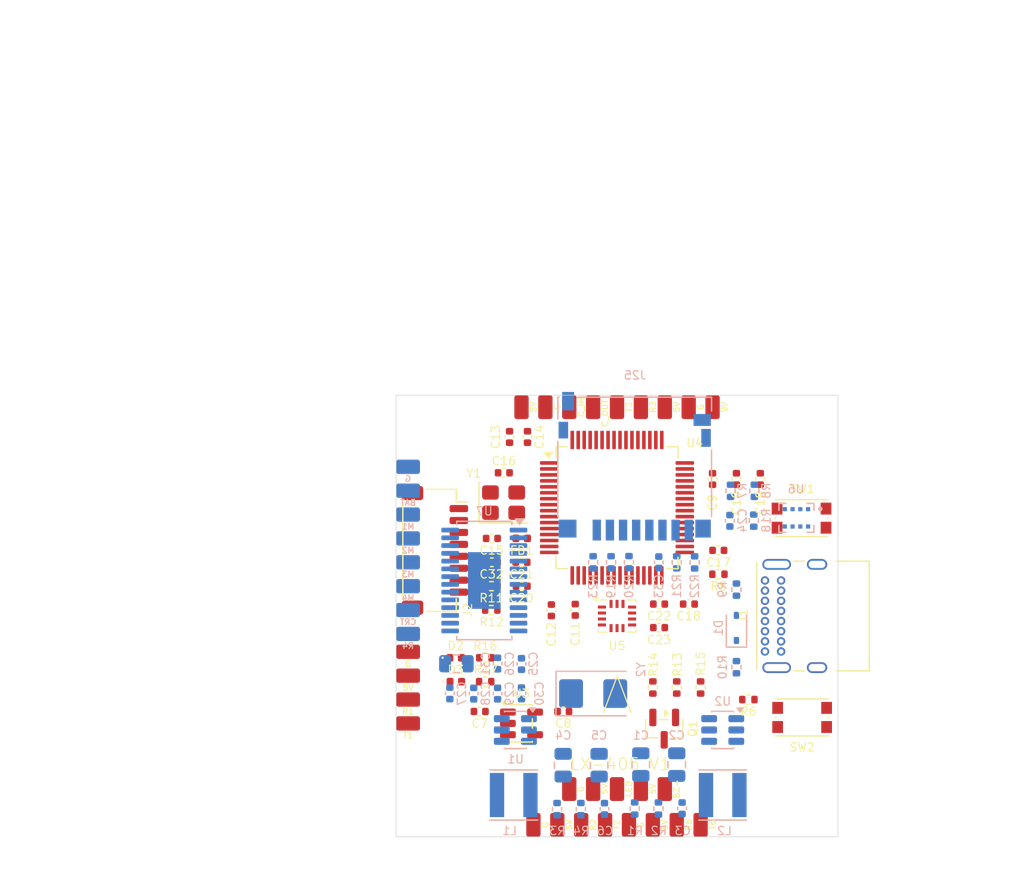
<source format=kicad_pcb>
(kicad_pcb (version 20241229) (generator "pcbnew") (generator_version "9.0")
  (layers (0 "F.Cu" signal) (2 "B.Cu" signal) (13 "F.Paste" user) (15 "B.Paste" user) (5 "F.SilkS" user "F.Silkscreen") (7 "B.SilkS" user "B.Silkscreen") (1 "F.Mask" user) (3 "B.Mask" user) (25 "Edge.Cuts" user))
  (net 0 "")
  (net 1 "GND")
  (net 2 "BAT+")
  (net 3 "+9V")
  (net 4 "Net-(U1-SW)")
  (net 5 "Net-(U1-BOOT)")
  (net 6 "+5V")
  (net 7 "Net-(U2-BOOT)")
  (net 8 "Net-(U2-SW)")
  (net 9 "+3V3")
  (net 10 "Net-(U4-PH0)")
  (net 11 "Net-(U4-PH1)")
  (net 12 "Net-(U4-NRST)")
  (net 13 "Net-(U4-VCAP_1)")
  (net 14 "Net-(U4-VCAP_2)")
  (net 15 "Net-(U4-VDDA)")
  (net 16 "Net-(U7-CLKIN)")
  (net 17 "Net-(U7-XFB)")
  (net 18 "Net-(U7-VIN)")
  (net 19 "/Connectors_IO/CAM_VIDEO_IN")
  (net 20 "Net-(U7-VOUT)")
  (net 21 "/Connectors_IO/VTX_VIDEO_OUT")
  (net 22 "/MCU_Core/VBAT_SENSE")
  (net 23 "Net-(D1-A)")
  (net 24 "Net-(D2-A)")
  (net 25 "Net-(D3-A)")
  (net 26 "/Connectors_IO/USB_DP")
  (net 27 "Net-(J1-CC1)")
  (net 29 "/Connectors_IO/USB_DM")
  (net 30 "Net-(J1-CC2)")
  (net 32 "/Connectors_IO/RX4")
  (net 33 "/Connectors_IO/MOTOR_1")
  (net 34 "/Connectors_IO/MOTOR_4")
  (net 35 "/Connectors_IO/CURRENT_SENSE")
  (net 36 "/Connectors_IO/MOTOR_2")
  (net 37 "/Connectors_IO/MOTOR_3")
  (net 38 "Net-(J5-Pin_1)")
  (net 39 "/Connectors_IO/BUZZER-")
  (net 40 "/Connectors_IO/RX1")
  (net 41 "/Connectors_IO/TX1")
  (net 42 "/Connectors_IO/TX3")
  (net 43 "/Connectors_IO/RX3")
  (net 44 "/Connectors_IO/RX2")
  (net 45 "/Connectors_IO/TX2")
  (net 46 "/MCU_Core/SDIO_D3")
  (net 47 "/MCU_Core/SDIO_D1")
  (net 48 "/MCU_Core/SDIO_CK")
  (net 49 "/MCU_Core/SDIO_D0")
  (net 50 "/MCU_Core/SDIO_CMD")
  (net 51 "/MCU_Core/SDIO_D2")
  (net 52 "/Connectors_IO/RX6")
  (net 53 "/Connectors_IO/TX6")
  (net 54 "Net-(Q1-G)")
  (net 55 "Net-(U1-FB)")
  (net 56 "Net-(U2-FB)")
  (net 57 "Net-(U4-BOOT0)")
  (net 58 "/MCU_Core/I2C1_SDA")
  (net 59 "/MCU_Core/I2C1_SCL")
  (net 60 "/MCU_Core/BUZZER_CTRL")
  (net 61 "/Connectors_IO/LED_STRIP")
  (net 62 "/MCU_Core/LED_STATUS")
  (net 63 "Net-(U6-SDO)")
  (net 66 "/MCU_Core/SPI1_MISO")
  (net 67 "/MCU_Core/SPI2_SCK")
  (net 68 "/MCU_Core/GYRO_CS")
  (net 71 "/MCU_Core/SPI2_MOSI")
  (net 76 "/MCU_Core/OSD_CS")
  (net 79 "/MCU_Core/SPI2_MISO")
  (net 81 "/MCU_Core/GYRO_EXTI")
  (net 82 "/MCU_Core/SPI1_SCK")
  (net 85 "/MCU_Core/SPI1_MOSI")
  (footprint "Capacitor_SMD:C_0402_1005Metric" (layer "F.Cu") (at 92.02 72.5)
    (property "Reference" "C22" (at 0 1 0) (layer "F.SilkS") (effects (font (size 0.7 0.7) (thickness 0.1))))
    (property "Value" "100nF 16V")
    (pad "1" smd roundrect (at -0.48 0) (size 0.56 0.62) (layers "F.Cu" "F.Mask" "F.Paste") (net 1 "GND"))
    (pad "2" smd roundrect (at 0.48 0) (size 0.56 0.62) (layers "F.Cu" "F.Mask" "F.Paste") (net 9 "+3V3"))
  )
  (footprint "MountingHole:MountingHole_3.5mm" (layer "F.Cu") (at 73.25 88.75)
    (property "Reference" "REF**" (hide yes))
    (property "Value" "MountingHole_3.5mm")
    (pad "" np_thru_hole circle (at 0 0) (size 3.5 3.5) (drill 3.5) (layers "*.Cu" "*.Mask"))
  )
  (footprint "Meus_Componentes:Pad_TestPoint_Retangular" (layer "F.Cu") (at 95.5 91)
    (property "Reference" "T6" (at 1 0 90) (layer "F.SilkS") (effects (font (size 0.5 0.5) (thickness 0.1))))
    (property "Value" "TX6" (hide yes))
    (pad "1" smd roundrect (at 0 0) (size 1.2 2) (layers "F.Cu" "F.Mask") (roundrect_rratio 0.1666666667) (net 53 "/Connectors_IO/TX6"))
  )
  (footprint "Meus_Componentes:Pad_TestPoint_Retangular" (layer "F.Cu") (at 88.5 88)
    (property "Reference" "LED" (at 1 0 90) (layer "F.SilkS") (effects (font (size 0.5 0.5) (thickness 0.1))))
    (property "Value" "LED_STRIP" (hide yes))
    (pad "1" smd roundrect (at 0 0) (size 1.2 2) (layers "F.Cu" "F.Mask") (roundrect_rratio 0.1666666667) (net 38 "Net-(J5-Pin_1)"))
  )
  (footprint "Capacitor_SMD:C_0402_1005Metric" (layer "F.Cu") (at 100.5 62.02 -90)
    (property "Reference" "C19" (at 1.98 0 90) (layer "F.SilkS") (effects (font (size 0.7 0.7) (thickness 0.1))))
    (property "Value" "4.7uF 16V")
    (pad "1" smd roundrect (at -0.48 0 270) (size 0.56 0.62) (layers "F.Cu" "F.Mask" "F.Paste") (net 1 "GND"))
    (pad "2" smd roundrect (at 0.48 0 270) (size 0.56 0.62) (layers "F.Cu" "F.Mask" "F.Paste") (net 14 "Net-(U4-VCAP_2)"))
  )
  (footprint "Meus_Componentes:Pad_TestPoint_Retangular" (layer "F.Cu") (at 80.5 56 180)
    (property "Reference" "5V" (at -1 0 90) (layer "F.SilkS") (effects (font (size 0.5 0.5) (thickness 0.1))))
    (property "Value" "+5V")
    (pad "1" smd roundrect (at 0 0 180) (size 1.2 2) (layers "F.Cu" "F.Mask") (roundrect_rratio 0.1666666667) (net 6 "+5V"))
  )
  (footprint "Meus_Componentes:Pad_TestPoint_Retangular" (layer "F.Cu") (at 91.5 91)
    (property "Reference" "5V" (at 1 0 90) (layer "F.SilkS") (effects (font (size 0.5 0.5) (thickness 0.1))))
    (property "Value" "+5V" (hide yes))
    (pad "1" smd roundrect (at 0 0) (size 1.2 2) (layers "F.Cu" "F.Mask") (roundrect_rratio 0.1666666667) (net 6 "+5V"))
  )
  (footprint "Meus_Componentes:Pad_TestPoint_Retangular" (layer "F.Cu") (at 92.5 88)
    (property "Reference" "BZ-" (at 1 0 90) (layer "F.SilkS") (effects (font (size 0.5 0.5) (thickness 0.1))))
    (property "Value" "BUZZER-" (hide yes))
    (pad "1" smd roundrect (at 0 0) (size 1.2 2) (layers "F.Cu" "F.Mask") (roundrect_rratio 0.1666666667) (net 39 "/Connectors_IO/BUZZER-"))
  )
  (footprint "Resistor_SMD:R_0402_1005Metric" (layer "F.Cu") (at 99.5 80.5)
    (property "Reference" "R6" (at 0 1 0) (layer "F.SilkS") (effects (font (size 0.7 0.7) (thickness 0.1))))
    (property "Value" "10k")
    (pad "1" smd roundrect (at -0.51 0) (size 0.54 0.64) (layers "F.Cu" "F.Mask" "F.Paste") (net 1 "GND"))
    (pad "2" smd roundrect (at 0.51 0) (size 0.54 0.64) (layers "F.Cu" "F.Mask" "F.Paste") (net 57 "Net-(U4-BOOT0)"))
  )
  (footprint "Resistor_SMD:R_0402_1005Metric" (layer "F.Cu") (at 77.46 79)
    (property "Reference" "R17" (at 0.04 -1 0) (layer "F.SilkS") (effects (font (size 0.7 0.7) (thickness 0.1))))
    (property "Value" "330Ω")
    (pad "1" smd roundrect (at -0.51 0) (size 0.54 0.64) (layers "F.Cu" "F.Mask" "F.Paste") (net 62 "/MCU_Core/LED_STATUS"))
    (pad "2" smd roundrect (at 0.51 0) (size 0.54 0.64) (layers "F.Cu" "F.Mask" "F.Paste") (net 25 "Net-(D3-A)"))
  )
  (footprint "Capacitor_SMD:C_0402_1005Metric" (layer "F.Cu") (at 83 73.02 -90)
    (property "Reference" "C12" (at 2.02 0 90) (layer "F.SilkS") (effects (font (size 0.7 0.7) (thickness 0.1))))
    (property "Value" "100nF 16V")
    (pad "1" smd roundrect (at -0.48 0 270) (size 0.56 0.62) (layers "F.Cu" "F.Mask" "F.Paste") (net 9 "+3V3"))
    (pad "2" smd roundrect (at 0.48 0 270) (size 0.56 0.62) (layers "F.Cu" "F.Mask" "F.Paste") (net 1 "GND"))
  )
  (footprint "LED_SMD:LED_0402_1005Metric" (layer "F.Cu") (at 75 79)
    (property "Reference" "D3" (at 0 -1 0) (layer "F.SilkS") (effects (font (size 0.7 0.7) (thickness 0.1))))
    (property "Value" "Blue")
    (pad "1" smd roundrect (at -0.485 0) (size 0.59 0.64) (layers "F.Cu" "F.Mask" "F.Paste") (net 1 "GND"))
    (pad "2" smd roundrect (at 0.485 0) (size 0.59 0.64) (layers "F.Cu" "F.Mask" "F.Paste") (net 25 "Net-(D3-A)"))
  )
  (footprint "Meus_Componentes:Pad_TestPoint_Retangular" (layer "F.Cu") (at 90.5 56 180)
    (property "Reference" "R3" (at -1 0 90) (layer "F.SilkS") (effects (font (size 0.5 0.5) (thickness 0.1))))
    (property "Value" "RX3")
    (pad "1" smd roundrect (at 0 0 180) (size 1.2 2) (layers "F.Cu" "F.Mask") (roundrect_rratio 0.1666666667) (net 43 "/Connectors_IO/RX3"))
  )
  (footprint "Meus_Componentes:Pad_TestPoint_Retangular" (layer "F.Cu") (at 84.5 88)
    (property "Reference" "G" (at 1 0 90) (layer "F.SilkS") (effects (font (size 0.5 0.5) (thickness 0.1))))
    (property "Value" "GND" (hide yes))
    (pad "1" smd roundrect (at 0 0) (size 1.2 2) (layers "F.Cu" "F.Mask") (roundrect_rratio 0.1666666667) (net 1 "GND"))
  )
  (footprint "Connector_JST:JST_SH_SM08B-SRSS-TB_1x08-1MP_P1.00mm_Horizontal" (layer "F.Cu") (at 73.25 68 -90)
    (property "Reference" "J2" (at 5 -2.75 90) (layer "F.SilkS") (effects (font (size 0.7 0.7) (thickness 0.1))))
    (property "Value" "Conn_01x08")
    (pad "1" smd roundrect (at -3.5 -2 270) (size 0.6 1.55) (layers "F.Cu" "F.Mask" "F.Paste") (net 1 "GND"))
    (pad "2" smd roundrect (at -2.5 -2 270) (size 0.6 1.55) (layers "F.Cu" "F.Mask" "F.Paste") (net 2 "BAT+"))
    (pad "3" smd roundrect (at -1.5 -2 270) (size 0.6 1.55) (layers "F.Cu" "F.Mask" "F.Paste") (net 33 "/Connectors_IO/MOTOR_1"))
    (pad "4" smd roundrect (at -0.5 -2 270) (size 0.6 1.55) (layers "F.Cu" "F.Mask" "F.Paste") (net 36 "/Connectors_IO/MOTOR_2"))
    (pad "5" smd roundrect (at 0.5 -2 270) (size 0.6 1.55) (layers "F.Cu" "F.Mask" "F.Paste") (net 37 "/Connectors_IO/MOTOR_3"))
    (pad "6" smd roundrect (at 1.5 -2 270) (size 0.6 1.55) (layers "F.Cu" "F.Mask" "F.Paste") (net 34 "/Connectors_IO/MOTOR_4"))
    (pad "7" smd roundrect (at 2.5 -2 270) (size 0.6 1.55) (layers "F.Cu" "F.Mask" "F.Paste") (net 35 "/Connectors_IO/CURRENT_SENSE"))
    (pad "8" smd roundrect (at 3.5 -2 270) (size 0.6 1.55) (layers "F.Cu" "F.Mask" "F.Paste") (net 32 "/Connectors_IO/RX4"))
    (pad "MP" smd roundrect (at -4.8 1.875 270) (size 1.2 1.8) (layers "F.Cu" "F.Mask" "F.Paste") (roundrect_rratio 0.208333))
    (pad "MP" smd roundrect (at 4.8 1.875 270) (size 1.2 1.8) (layers "F.Cu" "F.Mask" "F.Paste") (roundrect_rratio 0.208333))
  )
  (footprint "Meus_Componentes:Pad_TestPoint_Retangular" (layer "F.Cu") (at 71 80.5 -90)
    (property "Reference" "R1" (at 1 0 0) (layer "F.SilkS") (effects (font (size 0.5 0.5) (thickness 0.1))))
    (property "Value" "RX1")
    (pad "1" smd roundrect (at 0 0 270) (size 1.2 2) (layers "F.Cu" "F.Mask") (roundrect_rratio 0.1666666667) (net 40 "/Connectors_IO/RX1"))
  )
  (footprint "Meus_Componentes:Pad_TestPoint_Retangular" (layer "F.Cu") (at 93.5 91)
    (property "Reference" "R6" (at 1 0 90) (layer "F.SilkS") (effects (font (size 0.5 0.5) (thickness 0.1))))
    (property "Value" "RX6" (hide yes))
    (pad "1" smd roundrect (at 0 0) (size 1.2 2) (layers "F.Cu" "F.Mask") (roundrect_rratio 0.1666666667) (net 52 "/Connectors_IO/RX6"))
  )
  (footprint "Meus_Componentes:Pad_TestPoint_Retangular" (layer "F.Cu") (at 88.5 56 180)
    (property "Reference" "T3" (at -1 0 90) (layer "F.SilkS") (effects (font (size 0.5 0.5) (thickness 0.1))))
    (property "Value" "TX3")
    (pad "1" smd roundrect (at 0 0 180) (size 1.2 2) (layers "F.Cu" "F.Mask") (roundrect_rratio 0.1666666667) (net 42 "/Connectors_IO/TX3"))
  )
  (footprint "Capacitor_SMD:C_0402_1005Metric" (layer "F.Cu") (at 92.02 74.47)
    (property "Reference" "C23" (at 0 1.03 0) (layer "F.SilkS") (effects (font (size 0.7 0.7) (thickness 0.1))))
    (property "Value" "100nF 16V")
    (pad "1" smd roundrect (at -0.48 0) (size 0.56 0.62) (layers "F.Cu" "F.Mask" "F.Paste") (net 1 "GND"))
    (pad "2" smd roundrect (at 0.48 0) (size 0.56 0.62) (layers "F.Cu" "F.Mask" "F.Paste") (net 9 "+3V3"))
  )
  (footprint "Meus_Componentes:Pad_TestPoint_Retangular" (layer "F.Cu") (at 84.5 56 180)
    (property "Reference" "C_IN" (at -1 0 90) (layer "F.SilkS") (effects (font (size 0.5 0.5) (thickness 0.1))))
    (property "Value" "CAM_VIDEO_IN")
    (pad "1" smd roundrect (at 0 0 180) (size 1.2 2) (layers "F.Cu" "F.Mask") (roundrect_rratio 0.1666666667) (net 19 "/Connectors_IO/CAM_VIDEO_IN"))
  )
  (footprint "Resistor_SMD:R_0402_1005Metric" (layer "F.Cu") (at 93.5 79.49 -90)
    (property "Reference" "R13" (at -1.9275 -0.06 90) (layer "F.SilkS") (effects (font (size 0.7 0.7) (thickness 0.1))))
    (property "Value" "1k")
    (pad "1" smd roundrect (at -0.51 0 270) (size 0.54 0.64) (layers "F.Cu" "F.Mask" "F.Paste") (net 54 "Net-(Q1-G)"))
    (pad "2" smd roundrect (at 0.51 0 270) (size 0.54 0.64) (layers "F.Cu" "F.Mask" "F.Paste") (net 60 "/MCU_Core/BUZZER_CTRL"))
  )
  (footprint "MountingHole:MountingHole_3.5mm" (layer "F.Cu") (at 103.75 58.25)
    (property "Reference" "REF**" (hide yes))
    (property "Value" "MountingHole_3.5mm")
    (pad "" np_thru_hole circle (at 0 0) (size 3.5 3.5) (drill 3.5) (layers "*.Cu" "*.Mask"))
  )
  (footprint "Meus_Componentes:Pad_TestPoint_Retangular" (layer "F.Cu") (at 94.5 56 180)
    (property "Reference" "G" (at -1 0 90) (layer "F.SilkS") (effects (font (size 0.5 0.5) (thickness 0.1))))
    (property "Value" "GND")
    (pad "1" smd roundrect (at 0 0 180) (size 1.2 2) (layers "F.Cu" "F.Mask") (roundrect_rratio 0.1666666667) (net 1 "GND"))
  )
  (footprint "Meus_Componentes:Pad_TestPoint_Retangular" (layer "F.Cu") (at 90.5 88)
    (property "Reference" "5V" (at 1 0 90) (layer "F.SilkS") (effects (font (size 0.5 0.5) (thickness 0.1))))
    (property "Value" "+5V")
    (pad "1" smd roundrect (at 0 0) (size 1.2 2) (layers "F.Cu" "F.Mask") (roundrect_rratio 0.1666666667) (net 6 "+5V"))
  )
  (footprint "Capacitor_SMD:C_0402_1005Metric" (layer "F.Cu") (at 81 58.5 90)
    (property "Reference" "C14" (at 0 1 90) (layer "F.SilkS") (effects (font (size 0.7 0.7) (thickness 0.1))))
    (property "Value" "4.7uF 16V")
    (pad "1" smd roundrect (at -0.48 0 90) (size 0.56 0.62) (layers "F.Cu" "F.Mask" "F.Paste") (net 9 "+3V3"))
    (pad "2" smd roundrect (at 0.48 0 90) (size 0.56 0.62) (layers "F.Cu" "F.Mask" "F.Paste") (net 1 "GND"))
  )
  (footprint "Meus_Componentes:Pad_TestPoint_Retangular" (layer "F.Cu") (at 86.5 88)
    (property "Reference" "5V" (at 1 0 90) (layer "F.SilkS") (effects (font (size 0.5 0.5) (thickness 0.1))))
    (property "Value" "+5V" (hide yes))
    (pad "1" smd roundrect (at 0 0) (size 1.2 2) (layers "F.Cu" "F.Mask") (roundrect_rratio 0.1666666667) (net 6 "+5V"))
  )
  (footprint "Package_LGA:Bosch_LGA-14_3x2.5mm_P0.5mm" (layer "F.Cu") (at 88.5 73.5)
    (property "Reference" "U5" (at 0 2.5 0) (layer "F.SilkS") (effects (font (size 0.7 0.7) (thickness 0.1))))
    (property "Value" "BMI270")
    (pad "1" smd rect (at -1.2625 -0.75) (size 0.675 0.25) (layers "F.Cu" "F.Mask" "F.Paste") (net 66 "/MCU_Core/SPI1_MISO"))
    (pad "2" smd rect (at -1.2625 -0.25) (size 0.675 0.25) (layers "F.Cu" "F.Mask" "F.Paste"))
    (pad "3" smd rect (at -1.2625 0.25) (size 0.675 0.25) (layers "F.Cu" "F.Mask" "F.Paste"))
    (pad "4" smd rect (at -1.2625 0.75) (size 0.675 0.25) (layers "F.Cu" "F.Mask" "F.Paste") (net 81 "/MCU_Core/GYRO_EXTI"))
    (pad "5" smd rect (at -0.5 1.0125) (size 0.25 0.675) (layers "F.Cu" "F.Mask" "F.Paste") (net 9 "+3V3"))
    (pad "6" smd rect (at 0 1.0125) (size 0.25 0.675) (layers "F.Cu" "F.Mask" "F.Paste") (net 1 "GND"))
    (pad "7" smd rect (at 0.5 1.0125) (size 0.25 0.675) (layers "F.Cu" "F.Mask" "F.Paste") (net 1 "GND"))
    (pad "8" smd rect (at 1.2625 0.75) (size 0.675 0.25) (layers "F.Cu" "F.Mask" "F.Paste") (net 9 "+3V3"))
    (pad "9" smd rect (at 1.2625 0.25) (size 0.675 0.25) (layers "F.Cu" "F.Mask" "F.Paste"))
    (pad "10" smd rect (at 1.2625 -0.25) (size 0.675 0.25) (layers "F.Cu" "F.Mask" "F.Paste"))
    (pad "11" smd rect (at 1.2625 -0.75) (size 0.675 0.25) (layers "F.Cu" "F.Mask" "F.Paste"))
    (pad "12" smd rect (at 0.5 -1.0125) (size 0.25 0.675) (layers "F.Cu" "F.Mask" "F.Paste") (net 68 "/MCU_Core/GYRO_CS"))
    (pad "13" smd rect (at 0 -1.0125) (size 0.25 0.675) (layers "F.Cu" "F.Mask" "F.Paste") (net 82 "/MCU_Core/SPI1_SCK"))
    (pad "14" smd rect (at -0.5 -1.0125) (size 0.25 0.675) (layers "F.Cu" "F.Mask" "F.Paste") (net 85 "/MCU_Core/SPI1_MOSI"))
  )
  (footprint "Capacitor_SMD:C_0402_1005Metric" (layer "F.Cu") (at 96.5 62.02 90)
    (property "Reference" "C9" (at -1.98 0 90) (layer "F.SilkS") (effects (font (size 0.7 0.7) (thickness 0.1))))
    (property "Value" "100nF 16V")
    (pad "1" smd roundrect (at -0.48 0 90) (size 0.56 0.62) (layers "F.Cu" "F.Mask" "F.Paste") (net 9 "+3V3"))
    (pad "2" smd roundrect (at 0.48 0 90) (size 0.56 0.62) (layers "F.Cu" "F.Mask" "F.Paste") (net 1 "GND"))
  )
  (footprint "Capacitor_SMD:C_0402_1005Metric" (layer "F.Cu") (at 80.5 69)
    (property "Reference" "C21" (at 0 1 0) (layer "F.SilkS") (effects (font (size 0.7 0.7) (thickness 0.1))))
    (property "Value" "1uF 16V")
    (pad "1" smd roundrect (at -0.48 0) (size 0.56 0.62) (layers "F.Cu" "F.Mask" "F.Paste") (net 1 "GND"))
    (pad "2" smd roundrect (at 0.48 0) (size 0.56 0.62) (layers "F.Cu" "F.Mask" "F.Paste") (net 15 "Net-(U4-VDDA)"))
  )
  (footprint "Package_QFP:LQFP-64_10x10mm_P0.5mm" (layer "F.Cu") (at 88.5 64.425)
    (property "Reference" "U4" (at 6.5 -5.425 0) (layer "F.SilkS") (effects (font (size 0.7 0.7) (thickness 0.1))))
    (property "Value" "STM32F405RGT6")
    (pad "1" smd roundrect (at -5.675 -3.75) (size 1.55 0.3) (layers "F.Cu" "F.Mask" "F.Paste") (net 9 "+3V3"))
    (pad "2" smd roundrect (at -5.675 -3.25) (size 1.55 0.3) (layers "F.Cu" "F.Mask" "F.Paste") (net 60 "/MCU_Core/BUZZER_CTRL"))
    (pad "3" smd roundrect (at -5.675 -2.75) (size 1.55 0.3) (layers "F.Cu" "F.Mask" "F.Paste"))
    (pad "4" smd roundrect (at -5.675 -2.25) (size 1.55 0.3) (layers "F.Cu" "F.Mask" "F.Paste"))
    (pad "5" smd roundrect (at -5.675 -1.75) (size 1.55 0.3) (layers "F.Cu" "F.Mask" "F.Paste") (net 10 "Net-(U4-PH0)"))
    (pad "6" smd roundrect (at -5.675 -1.25) (size 1.55 0.3) (layers "F.Cu" "F.Mask" "F.Paste") (net 11 "Net-(U4-PH1)"))
    (pad "7" smd roundrect (at -5.675 -0.75) (size 1.55 0.3) (layers "F.Cu" "F.Mask" "F.Paste") (net 12 "Net-(U4-NRST)"))
    (pad "8" smd roundrect (at -5.675 -0.25) (size 1.55 0.3) (layers "F.Cu" "F.Mask" "F.Paste") (net 22 "/MCU_Core/VBAT_SENSE"))
    (pad "9" smd roundrect (at -5.675 0.25) (size 1.55 0.3) (layers "F.Cu" "F.Mask" "F.Paste") (net 35 "/Connectors_IO/CURRENT_SENSE"))
    (pad "10" smd roundrect (at -5.675 0.75) (size 1.55 0.3) (layers "F.Cu" "F.Mask" "F.Paste"))
    (pad "11" smd roundrect (at -5.675 1.25) (size 1.55 0.3) (layers "F.Cu" "F.Mask" "F.Paste"))
    (pad "12" smd roundrect (at -5.675 1.75) (size 1.55 0.3) (layers "F.Cu" "F.Mask" "F.Paste") (net 1 "GND"))
    (pad "13" smd roundrect (at -5.675 2.25) (size 1.55 0.3) (layers "F.Cu" "F.Mask" "F.Paste") (net 15 "Net-(U4-VDDA)"))
    (pad "14" smd roundrect (at -5.675 2.75) (size 1.55 0.3) (layers "F.Cu" "F.Mask" "F.Paste") (net 61 "/Connectors_IO/LED_STRIP"))
    (pad "15" smd roundrect (at -5.675 3.25) (size 1.55 0.3) (layers "F.Cu" "F.Mask" "F.Paste") (net 32 "/Connectors_IO/RX4"))
    (pad "16" smd roundrect (at -5.675 3.75) (size 1.55 0.3) (layers "F.Cu" "F.Mask" "F.Paste") (net 44 "/Connectors_IO/RX2"))
    (pad "17" smd roundrect (at -3.75 5.675) (size 0.3 1.55) (layers "F.Cu" "F.Mask" "F.Paste") (net 45 "/Connectors_IO/TX2"))
    (pad "18" smd roundrect (at -3.25 5.675) (size 0.3 1.55) (layers "F.Cu" "F.Mask" "F.Paste") (net 1 "GND"))
    (pad "19" smd roundrect (at -2.75 5.675) (size 0.3 1.55) (layers "F.Cu" "F.Mask" "F.Paste") (net 9 "+3V3"))
    (pad "20" smd roundrect (at -2.25 5.675) (size 0.3 1.55) (layers "F.Cu" "F.Mask" "F.Paste") (net 68 "/MCU_Core/GYRO_CS"))
    (pad "21" smd roundrect (at -1.75 5.675) (size 0.3 1.55) (layers "F.Cu" "F.Mask" "F.Paste") (net 82 "/MCU_Core/SPI1_SCK"))
    (pad "22" smd roundrect (at -1.25 5.675) (size 0.3 1.55) (layers "F.Cu" "F.Mask" "F.Paste") (net 85 "/MCU_Core/SPI1_MOSI"))
    (pad "23" smd roundrect (at -0.75 5.675) (size 0.3 1.55) (layers "F.Cu" "F.Mask" "F.Paste") (net 66 "/MCU_Core/SPI1_MISO"))
    (pad "24" smd roundrect (at -0.25 5.675) (size 0.3 1.55) (layers "F.Cu" "F.Mask" "F.Paste") (net 81 "/MCU_Core/GYRO_EXTI"))
    (pad "25" smd roundrect (at 0.25 5.675) (size 0.3 1.55) (layers "F.Cu" "F.Mask" "F.Paste") (net 62 "/MCU_Core/LED_STATUS"))
    (pad "26" smd roundrect (at 0.75 5.675) (size 0.3 1.55) (layers "F.Cu" "F.Mask" "F.Paste") (net 33 "/Connectors_IO/MOTOR_1"))
    (pad "27" smd roundrect (at 1.25 5.675) (size 0.3 1.55) (layers "F.Cu" "F.Mask" "F.Paste") (net 36 "/Connectors_IO/MOTOR_2"))
    (pad "28" smd roundrect (at 1.75 5.675) (size 0.3 1.55) (layers "F.Cu" "F.Mask" "F.Paste"))
    (pad "29" smd roundrect (at 2.25 5.675) (size 0.3 1.55) (layers "F.Cu" "F.Mask" "F.Paste") (net 43 "/Connectors_IO/RX3"))
    (pad "30" smd roundrect (at 2.75 5.675) (size 0.3 1.55) (layers "F.Cu" "F.Mask" "F.Paste") (net 42 "/Connectors_IO/TX3"))
    (pad "31" smd roundrect (at 3.25 5.675) (size 0.3 1.55) (layers "F.Cu" "F.Mask" "F.Paste") (net 13 "Net-(U4-VCAP_1)"))
    (pad "32" smd roundrect (at 3.75 5.675) (size 0.3 1.55) (layers "F.Cu" "F.Mask" "F.Paste") (net 9 "+3V3"))
    (pad "33" smd roundrect (at 5.675 3.75) (size 1.55 0.3) (layers "F.Cu" "F.Mask" "F.Paste") (net 76 "/MCU_Core/OSD_CS"))
    (pad "34" smd roundrect (at 5.675 3.25) (size 1.55 0.3) (layers "F.Cu" "F.Mask" "F.Paste") (net 67 "/MCU_Core/SPI2_SCK"))
    (pad "35" smd roundrect (at 5.675 2.75) (size 1.55 0.3) (layers "F.Cu" "F.Mask" "F.Paste") (net 79 "/MCU_Core/SPI2_MISO"))
    (pad "36" smd roundrect (at 5.675 2.25) (size 1.55 0.3) (layers "F.Cu" "F.Mask" "F.Paste") (net 71 "/MCU_Core/SPI2_MOSI"))
    (pad "37" smd roundrect (at 5.675 1.75) (size 1.55 0.3) (layers "F.Cu" "F.Mask" "F.Paste") (net 52 "/Connectors_IO/RX6"))
    (pad "38" smd roundrect (at 5.675 1.25) (size 1.55 0.3) (layers "F.Cu" "F.Mask" "F.Paste") (net 53 "/Connectors_IO/TX6"))
    (pad "39" smd roundrect (at 5.675 0.75) (size 1.55 0.3) (layers "F.Cu" "F.Mask" "F.Paste") (net 49 "/MCU_Core/SDIO_D0"))
    (pad "40" smd roundrect (at 5.675 0.25) (size 1.55 0.3) (layers "F.Cu" "F.Mask" "F.Paste") (net 47 "/MCU_Core/SDIO_D1"))
    (pad "41" smd roundrect (at 5.675 -0.25) (size 1.55 0.3) (layers "F.Cu" "F.Mask" "F.Paste"))
    (pad "42" smd roundrect (at 5.675 -0.75) (size 1.55 0.3) (layers "F.Cu" "F.Mask" "F.Paste") (net 40 "/Connectors_IO/RX1"))
    (pad "43" smd roundrect (at 5.675 -1.25) (size 1.55 0.3) (layers "F.Cu" "F.Mask" "F.Paste") (net 41 "/Connectors_IO/TX1"))
    (pad "44" smd roundrect (at 5.675 -1.75) (size 1.55 0.3) (layers "F.Cu" "F.Mask" "F.Paste") (net 29 "/Connectors_IO/USB_DM"))
    (pad "45" smd roundrect (at 5.675 -2.25) (size 1.55 0.3) (layers "F.Cu" "F.Mask" "F.Paste") (net 26 "/Connectors_IO/USB_DP"))
    (pad "46" smd roundrect (at 5.675 -2.75) (size 1.55 0.3) (layers "F.Cu" "F.Mask" "F.Paste"))
    (pad "47" smd roundrect (at 5.675 -3.25) (size 1.55 0.3) (layers "F.Cu" "F.Mask" "F.Paste") (net 14 "Net-(U4-VCAP_2)"))
    (pad "48" smd roundrect (at 5.675 -3.75) (size 1.55 0.3) (layers "F.Cu" "F.Mask" "F.Paste") (net 9 "+3V3"))
    (pad "49" smd roundrect (at 3.75 -5.675) (size 0.3 1.55) (layers "F.Cu" "F.Mask" "F.Paste"))
    (pad "50" smd roundrect (at 3.25 -5.675) (size 0.3 1.55) (layers "F.Cu" "F.Mask" "F.Paste"))
    (pad "51" smd roundrect (at 2.75 -5.675) (size 0.3 1.55) (layers "F.Cu" "F.Mask" "F.Paste") (net 51 "/MCU_Core/SDIO_D2"))
    (pad "52" smd roundrect (at 2.25 -5.675) (size 0.3 1.55) (layers "F.Cu" "F.Mask" "F.Paste") (net 46 "/MCU_Core/SDIO_D3"))
    (pad "53" smd roundrect (at 1.75 -5.675) (size 0.3 1.55) (layers "F.Cu" "F.Mask" "F.Paste") (net 48 "/MCU_Core/SDIO_CK"))
    (pad "54" smd roundrect (at 1.25 -5.675) (size 0.3 1.55) (layers "F.Cu" "F.Mask" "F.Paste") (net 50 "/MCU_Core/SDIO_CMD"))
    (pad "55" smd roundrect (at 0.75 -5.675) (size 0.3 1.55) (layers "F.Cu" "F.Mask" "F.Paste"))
    (pad "56" smd roundrect (at 0.25 -5.675) (size 0.3 1.55) (layers "F.Cu" "F.Mask" "F.Paste") (net 37 "/Connectors_IO/MOTOR_3"))
    (pad "57" smd roundrect (at -0.25 -5.675) (size 0.3 1.55) (layers "F.Cu" "F.Mask" "F.Paste") (net 34 "/Connectors_IO/MOTOR_4"))
    (pad "58" smd roundrect (at -0.75 -5.675) (size 0.3 1.55) (layers "F.Cu" "F.Mask" "F.Paste") (net 59 "/MCU_Core/I2C1_SCL"))
    (pad "59" smd roundrect (at -1.25 -5.675) (size 0.3 1.55) (layers "F.Cu" "F.Mask" "F.Paste") (net 58 "/MCU_Core/I2C1_SDA"))
    (pad "60" smd roundrect (at -1.75 -5.675) (size 0.3 1.55) (layers "F.Cu" "F.Mask" "F.Paste") (net 57 "Net-(U4-BOOT0)"))
    (pad "61" smd roundrect (at -2.25 -5.675) (size 0.3 1.55) (layers "F.Cu" "F.Mask" "F.Paste"))
    (pad "62" smd roundrect (at -2.75 -5.675) (size 0.3 1.55) (layers "F.Cu" "F.Mask" "F.Paste"))
    (pad "63" smd roundrect (at -3.25 -5.675) (size 0.3 1.55) (layers "F.Cu" "F.Mask" "F.Paste") (net 1 "GND"))
    (pad "64" smd roundrect (at -3.75 -5.675) (size 0.3 1.55) (layers "F.Cu" "F.Mask" "F.Paste") (net 9 "+3V3"))
  )
  (footprint "Meus_Componentes:Pad_TestPoint_Retangular" (layer "F.Cu") (at 71 78.5 -90)
    (property "Reference" "5V" (at 1 0 0) (layer "F.SilkS") (effects (font (size 0.5 0.5) (thickness 0.1))))
    (property "Value" "+5V")
    (pad "1" smd roundrect (at 0 0 270) (size 1.2 2) (layers "F.Cu" "F.Mask") (roundrect_rratio 0.1666666667) (net 6 "+5V"))
  )
  (footprint "Meus_Componentes:Pad_TestPoint_Retangular" (layer "F.Cu") (at 87.5 91)
    (property "Reference" "T2" (at 1 0 90) (layer "F.SilkS") (effects (font (size 0.5 0.5) (thickness 0.1))))
    (property "Value" "TX2")
    (pad "1" smd roundrect (at 0 0) (size 1.2 2) (layers "F.Cu" "F.Mask") (roundrect_rratio 0.1666666667) (net 45 "/Connectors_IO/TX2"))
  )
  (footprint "Meus_Componentes:Pad_TestPoint_Retangular" (layer "F.Cu") (at 89.5 91)
    (property "Reference" "G" (at 1 0 90) (layer "F.SilkS") (effects (font (size 0.5 0.5) (thickness 0.1))))
    (property "Value" "GND" (hide yes))
    (pad "1" smd roundrect (at 0 0) (size 1.2 2) (layers "F.Cu" "F.Mask") (roundrect_rratio 0.1666666667) (net 1 "GND"))
  )
  (footprint "Meus_Componentes:Pad_TestPoint_Retangular" (layer "F.Cu") (at 96.5 56 180)
    (property "Reference" "9V" (at -1 0 90) (layer "F.SilkS") (effects (font (size 0.5 0.5) (thickness 0.1))))
    (property "Value" "+9V")
    (pad "1" smd roundrect (at 0 0 180) (size 1.2 2) (layers "F.Cu" "F.Mask") (roundrect_rratio 0.1666666667) (net 3 "+9V"))
  )
  (footprint "Meus_Componentes:Pad_TestPoint_Retangular" (layer "F.Cu") (at 92.5 56 180)
    (property "Reference" "5V" (at -1 0 90) (layer "F.SilkS") (effects (font (size 0.5 0.5) (thickness 0.1))))
    (property "Value" "+5V")
    (pad "1" smd roundrect (at 0 0 180) (size 1.2 2) (layers "F.Cu" "F.Mask") (roundrect_rratio 0.1666666667) (net 6 "+5V"))
  )
  (footprint "Capacitor_SMD:C_0402_1005Metric" (layer "F.Cu") (at 77 81.5)
    (property "Reference" "C7" (at 0 1 0) (layer "F.SilkS") (effects (font (size 0.7 0.7) (thickness 0.1))))
    (property "Value" "1uF 16V")
    (pad "1" smd roundrect (at -0.48 0) (size 0.56 0.62) (layers "F.Cu" "F.Mask" "F.Paste") (net 1 "GND"))
    (pad "2" smd roundrect (at 0.48 0) (size 0.56 0.62) (layers "F.Cu" "F.Mask" "F.Paste") (net 6 "+5V"))
  )
  (footprint "Capacitor_SMD:C_0402_1005Metric" (layer "F.Cu") (at 79.5 58.5 90)
    (property "Reference" "C13" (at 0 -1.16 90) (layer "F.SilkS") (effects (font (size 0.7 0.7) (thickness 0.1))))
    (property "Value" "100nF 16V")
    (pad "1" smd roundrect (at -0.48 0 90) (size 0.56 0.62) (layers "F.Cu" "F.Mask" "F.Paste") (net 9 "+3V3"))
    (pad "2" smd roundrect (at 0.48 0 90) (size 0.56 0.62) (layers "F.Cu" "F.Mask" "F.Paste") (net 1 "GND"))
  )
  (footprint "Meus_Componentes:Pad_TestPoint_Retangular" (layer "F.Cu") (at 71 82.5 -90)
    (property "Reference" "T1" (at 1 0 0) (layer "F.SilkS") (effects (font (size 0.5 0.5) (thickness 0.1))))
    (property "Value" "TX1")
    (pad "1" smd roundrect (at 0 0 270) (size 1.2 2) (layers "F.Cu" "F.Mask") (roundrect_rratio 0.1666666667) (net 41 "/Connectors_IO/TX1"))
  )
  (footprint "Capacitor_SMD:C_0402_1005Metric" (layer "F.Cu") (at 78.02 67)
    (property "Reference" "C15" (at -0.02 1 0) (layer "F.SilkS") (effects (font (size 0.7 0.7) (thickness 0.1))))
    (property "Value" "22pF 16V")
    (pad "1" smd roundrect (at -0.48 0) (size 0.56 0.62) (layers "F.Cu" "F.Mask" "F.Paste") (net 1 "GND"))
    (pad "2" smd roundrect (at 0.48 0) (size 0.56 0.62) (layers "F.Cu" "F.Mask" "F.Paste") (net 10 "Net-(U4-PH0)"))
  )
  (footprint "Resistor_SMD:R_0402_1005Metric" (layer "F.Cu") (at 95.5 79.49 -90)
    (property "Reference" "R15" (at -1.99 0 90) (layer "F.SilkS") (effects (font (size 0.7 0.7) (thickness 0.1))))
    (property "Value" "330Ω")
    (pad "1" smd roundrect (at -0.51 0 270) (size 0.54 0.64) (layers "F.Cu" "F.Mask" "F.Paste") (net 61 "/Connectors_IO/LED_STRIP"))
    (pad "2" smd roundrect (at 0.51 0 270) (size 0.54 0.64) (layers "F.Cu" "F.Mask" "F.Paste") (net 38 "Net-(J5-Pin_1)"))
  )
  (footprint "Package_TO_SOT_SMD:SOT-23-5" (layer "F.Cu") (at 80.5 82.5)
    (property "Reference" "U3" (at 0 -2.5 0) (layer "F.SilkS") (effects (font (size 0.7 0.7) (thickness 0.1))))
    (property "Value" "AP2112K-3.3")
    (pad "1" smd roundrect (at -1.1375 -0.95) (size 1.325 0.6) (layers "F.Cu" "F.Mask" "F.Paste") (net 6 "+5V"))
    (pad "2" smd roundrect (at -1.1375 0) (size 1.325 0.6) (layers "F.Cu" "F.Mask" "F.Paste") (net 1 "GND"))
    (pad "3" smd roundrect (at -1.1375 0.95) (size 1.325 0.6) (layers "F.Cu" "F.Mask" "F.Paste") (net 6 "+5V"))
    (pad "4" smd roundrect (at 1.1375 0.95) (size 1.325 0.6) (layers "F.Cu" "F.Mask" "F.Paste"))
    (pad "5" smd roundrect (at 1.1375 -0.95) (size 1.325 0.6) (layers "F.Cu" "F.Mask" "F.Paste") (net 9 "+3V3"))
  )
  (footprint "Resistor_SMD:R_0402_1005Metric" (layer "F.Cu") (at 77.99 71)
    (property "Reference" "R11" (at 0 1 0) (layer "F.SilkS") (effects (font (size 0.7 0.7) (thickness 0.1))))
    (property "Value" "10k")
    (pad "1" smd roundrect (at -0.51 0) (size 0.54 0.64) (layers "F.Cu" "F.Mask" "F.Paste") (net 22 "/MCU_Core/VBAT_SENSE"))
    (pad "2" smd roundrect (at 0.51 0) (size 0.54 0.64) (layers "F.Cu" "F.Mask" "F.Paste") (net 2 "BAT+"))
  )
  (footprint "Capacitor_SMD:C_0402_1005Metric" (layer "F.Cu") (at 96.98 68)
    (property "Reference" "C17" (at 0.02 1 0) (layer "F.SilkS") (effects (font (size 0.7 0.7) (thickness 0.1))))
    (property "Value" "100nF 16V")
    (pad "1" smd roundrect (at -0.48 0) (size 0.56 0.62) (layers "F.Cu" "F.Mask" "F.Paste") (net 1 "GND"))
    (pad "2" smd roundrect (at 0.48 0) (size 0.56 0.62) (layers "F.Cu" "F.Mask" "F.Paste") (net 12 "Net-(U4-NRST)"))
  )
  (footprint "Capacitor_SMD:C_0402_1005Metric" (layer "F.Cu") (at 79.02 61.5)
    (property "Reference" "C16" (at 0 -1 0) (layer "F.SilkS") (effects (font (size 0.7 0.7) (thickness 0.1))))
    (property "Value" "22pF 16V")
    (pad "1" smd roundrect (at -0.48 0) (size 0.56 0.62) (layers "F.Cu" "F.Mask" "F.Paste") (net 1 "GND"))
    (pad "2" smd roundrect (at 0.48 0) (size 0.56 0.62) (layers "F.Cu" "F.Mask" "F.Paste") (net 11 "Net-(U4-PH1)"))
  )
  (footprint "Capacitor_SMD:C_0402_1005Metric" (layer "F.Cu") (at 84 81.5 180)
    (property "Reference" "C8" (at 0 -1 0) (layer "F.SilkS") (effects (font (size 0.7 0.7) (thickness 0.1))))
    (property "Value" "1uF 16V")
    (pad "1" smd roundrect (at -0.48 0 180) (size 0.56 0.62) (layers "F.Cu" "F.Mask" "F.Paste") (net 1 "GND"))
    (pad "2" smd roundrect (at 0.48 0 180) (size 0.56 0.62) (layers "F.Cu" "F.Mask" "F.Paste") (net 9 "+3V3"))
  )
  (footprint "Meus_Componentes:Pad_TestPoint_Retangular" (layer "F.Cu") (at 86.5 56 180)
    (property "Reference" "C_OUT" (at -1 -0.5 90) (layer "F.SilkS") (effects (font (size 0.5 0.5) (thickness 0.1))))
    (property "Value" "VTX_VIDEO_OUT")
    (pad "1" smd roundrect (at 0 0 180) (size 1.2 2) (layers "F.Cu" "F.Mask") (roundrect_rratio 0.1666666667) (net 21 "/Connectors_IO/VTX_VIDEO_OUT"))
  )
  (footprint "Capacitor_SMD:C_0402_1005Metric" (layer "F.Cu") (at 80.52 71)
    (property "Reference" "C20" (at -0.02 1 0) (layer "F.SilkS") (effects (font (size 0.7 0.7) (thickness 0.1))))
    (property "Value" "100nF 16V")
    (pad "1" smd roundrect (at -0.48 0) (size 0.56 0.62) (layers "F.Cu" "F.Mask" "F.Paste") (net 1 "GND"))
    (pad "2" smd roundrect (at 0.48 0) (size 0.56 0.62) (layers "F.Cu" "F.Mask" "F.Paste") (net 15 "Net-(U4-VDDA)"))
  )
  (footprint "Inductor_SMD:L_0402_1005Metric" (layer "F.Cu") (at 80.515 67)
    (property "Reference" "FB1" (at 0 1 0) (layer "F.SilkS") (effects (font (size 0.7 0.7) (thickness 0.1))))
    (property "Value" "100R @ 100MHz")
    (pad "1" smd roundrect (at -0.485 0) (size 0.59 0.64) (layers "F.Cu" "F.Mask" "F.Paste") (net 15 "Net-(U4-VDDA)"))
    (pad "2" smd roundrect (at 0.485 0) (size 0.59 0.64) (layers "F.Cu" "F.Mask" "F.Paste") (net 9 "+3V3"))
  )
  (footprint "Meus_Componentes:Pad_TestPoint_Retangular" (layer "F.Cu") (at 71 76.5 -90)
    (property "Reference" "G" (at 1 0 0) (layer "F.SilkS") (effects (font (size 0.5 0.5) (thickness 0.1))))
    (property "Value" "GND")
    (pad "1" smd roundrect (at 0 0 270) (size 1.2 2) (layers "F.Cu" "F.Mask") (roundrect_rratio 0.1666666667) (net 1 "GND"))
  )
  (footprint "Resistor_SMD:R_0402_1005Metric" (layer "F.Cu") (at 77.97 73)
    (property "Reference" "R12" (at 0.03 1 0) (layer "F.SilkS") (effects (font (size 0.7 0.7) (thickness 0.1))))
    (property "Value" "1k")
    (pad "1" smd roundrect (at -0.51 0) (size 0.54 0.64) (layers "F.Cu" "F.Mask" "F.Paste") (net 1 "GND"))
    (pad "2" smd roundrect (at 0.51 0) (size 0.54 0.64) (layers "F.Cu" "F.Mask" "F.Paste") (net 22 "/MCU_Core/VBAT_SENSE"))
  )
  (footprint "Capacitor_SMD:C_0402_1005Metric" (layer "F.Cu") (at 94.52 72.5)
    (property "Reference" "C18" (at -0.02 1 0) (layer "F.SilkS") (effects (font (size 0.7 0.7) (thickness 0.1))))
    (property "Value" "4.7uF 16V")
    (pad "1" smd roundrect (at -0.48 0) (size 0.56 0.62) (layers "F.Cu" "F.Mask" "F.Paste") (net 1 "GND"))
    (pad "2" smd roundrect (at 0.48 0) (size 0.56 0.62) (layers "F.Cu" "F.Mask" "F.Paste") (net 13 "Net-(U4-VCAP_1)"))
  )
  (footprint "MountingHole:MountingHole_3.5mm" (layer "F.Cu") (at 103.75 88.75)
    (property "Reference" "REF**" (hide yes))
    (property "Value" "MountingHole_3.5mm")
    (pad "" np_thru_hole circle (at 0 0) (size 3.5 3.5) (drill 3.5) (layers "*.Cu" "*.Mask"))
  )
  (footprint "Package_TO_SOT_SMD:SOT-23" (layer "F.Cu") (at 92.45 82.9375 -90)
    (property "Reference" "Q1" (at 0 -2.4 90) (layer "F.SilkS") (effects (font (size 0.7 0.7) (thickness 0.1))))
    (property "Value" "2N7002")
    (pad "1" smd roundrect (at -0.9375 -0.95 270) (size 1.475 0.6) (layers "F.Cu" "F.Mask" "F.Paste") (net 54 "Net-(Q1-G)"))
    (pad "2" smd roundrect (at -0.9375 0.95 270) (size 1.475 0.6) (layers "F.Cu" "F.Mask" "F.Paste") (net 1 "GND"))
    (pad "3" smd roundrect (at 0.9375 0 270) (size 1.475 0.6) (layers "F.Cu" "F.Mask" "F.Paste") (net 39 "/Connectors_IO/BUZZER-"))
  )
  (footprint "Meus_Componentes:Pad_TestPoint_Retangular" (layer "F.Cu") (at 85.5 91)
    (property "Reference" "R2" (at 1 0 90) (layer "F.SilkS") (effects (font (size 0.5 0.5) (thickness 0.1))))
    (property "Value" "RX2")
    (pad "1" smd roundrect (at 0 0) (size 1.2 2) (layers "F.Cu" "F.Mask") (roundrect_rratio 0.1666666667) (net 44 "/Connectors_IO/RX2"))
  )
  (footprint "MountingHole:MountingHole_3.5mm" (layer "F.Cu") (at 73.25 58.25)
    (property "Reference" "REF**" (hide yes))
    (property "Value" "MountingHole_3.5mm")
    (pad "" np_thru_hole circle (at 0 0) (size 3.5 3.5) (drill 3.5) (layers "*.Cu" "*.Mask"))
  )
  (footprint "Resistor_SMD:R_0402_1005Metric" (layer "F.Cu") (at 91.5 79.49 -90)
    (property "Reference" "R14" (at -1.9275 -0.05 90) (layer "F.SilkS") (effects (font (size 0.7 0.7) (thickness 0.1))))
    (property "Value" "10k")
    (pad "1" smd roundrect (at -0.51 0 270) (size 0.54 0.64) (layers "F.Cu" "F.Mask" "F.Paste") (net 1 "GND"))
    (pad "2" smd roundrect (at 0.51 0 270) (size 0.54 0.64) (layers "F.Cu" "F.Mask" "F.Paste") (net 54 "Net-(Q1-G)"))
  )
  (footprint "Crystal:Crystal_SMD_3225-4Pin_3.2x2.5mm" (layer "F.Cu") (at 79 64)
    (property "Reference" "Y1" (at -2.5 -2.45 0) (layer "F.SilkS") (effects (font (size 0.7 0.7) (thickness 0.1))))
    (property "Value" "Crystal_GND24")
    (pad "1" smd roundrect (at -1.1 0.85) (size 1.4 1.2) (layers "F.Cu" "F.Mask" "F.Paste") (roundrect_rratio 0.208333) (net 10 "Net-(U4-PH0)"))
    (pad "2" smd roundrect (at 1.1 0.85) (size 1.4 1.2) (layers "F.Cu" "F.Mask" "F.Paste") (roundrect_rratio 0.208333) (net 1 "GND"))
    (pad "3" smd roundrect (at 1.1 -0.85) (size 1.4 1.2) (layers "F.Cu" "F.Mask" "F.Paste") (roundrect_rratio 0.208333) (net 11 "Net-(U4-PH1)"))
    (pad "4" smd roundrect (at -1.1 -0.85) (size 1.4 1.2) (layers "F.Cu" "F.Mask" "F.Paste") (roundrect_rratio 0.208333) (net 1 "GND"))
  )
  (footprint "Connector_USB:USB_C_Receptacle_GCT_USB4085" (layer "F.Cu") (at 100.89 76.475 90)
    (property "Reference" "J1" (at 2.975 -1.8 90) (layer "F.SilkS") (effects (font (size 0.7 0.7) (thickness 0.1))))
    (property "Value" "USB_C_Receptacle_USB2.0_16P")
    (pad "A1" thru_hole circle (at 0 0 90) (size 0.7 0.7) (drill 0.4) (layers "*.Cu" "*.Mask") (net 1 "GND"))
    (pad "A4" thru_hole circle (at 0.85 0 90) (size 0.7 0.7) (drill 0.4) (layers "*.Cu" "*.Mask") (net 23 "Net-(D1-A)"))
    (pad "A5" thru_hole circle (at 1.7 0 90) (size 0.7 0.7) (drill 0.4) (layers "*.Cu" "*.Mask") (net 27 "Net-(J1-CC1)"))
    (pad "A6" thru_hole circle (at 2.55 0 90) (size 0.7 0.7) (drill 0.4) (layers "*.Cu" "*.Mask") (net 26 "/Connectors_IO/USB_DP"))
    (pad "A7" thru_hole circle (at 3.4 0 90) (size 0.7 0.7) (drill 0.4) (layers "*.Cu" "*.Mask") (net 29 "/Connectors_IO/USB_DM"))
    (pad "A8" thru_hole circle (at 4.25 0 90) (size 0.7 0.7) (drill 0.4) (layers "*.Cu" "*.Mask"))
    (pad "A9" thru_hole circle (at 5.1 0 90) (size 0.7 0.7) (drill 0.4) (layers "*.Cu" "*.Mask") (net 23 "Net-(D1-A)"))
    (pad "A12" thru_hole circle (at 5.95 0 90) (size 0.7 0.7) (drill 0.4) (layers "*.Cu" "*.Mask") (net 1 "GND"))
    (pad "B1" thru_hole circle (at 5.95 1.35 90) (size 0.7 0.7) (drill 0.4) (layers "*.Cu" "*.Mask") (net 1 "GND"))
    (pad "B4" thru_hole circle (at 5.1 1.35 90) (size 0.7 0.7) (drill 0.4) (layers "*.Cu" "*.Mask") (net 23 "Net-(D1-A)"))
    (pad "B5" thru_hole circle (at 4.25 1.35 90) (size 0.7 0.7) (drill 0.4) (layers "*.Cu" "*.Mask") (net 30 "Net-(J1-CC2)"))
    (pad "B6" thru_hole circle (at 3.4 1.35 90) (size 0.7 0.7) (drill 0.4) (layers "*.Cu" "*.Mask") (net 26 "/Connectors_IO/USB_DP"))
    (pad "B7" thru_hole circle (at 2.55 1.35 90) (size 0.7 0.7) (drill 0.4) (layers "*.Cu" "*.Mask") (net 29 "/Connectors_IO/USB_DM"))
    (pad "B8" thru_hole circle (at 1.7 1.35 90) (size 0.7 0.7) (drill 0.4) (layers "*.Cu" "*.Mask"))
    (pad "B9" thru_hole circle (at 0.85 1.35 90) (size 0.7 0.7) (drill 0.4) (layers "*.Cu" "*.Mask") (net 23 "Net-(D1-A)"))
    (pad "B12" thru_hole circle (at 0 1.35 90) (size 0.7 0.7) (drill 0.4) (layers "*.Cu" "*.Mask") (net 1 "GND"))
    (pad "S1" thru_hole oval (at -1.35 0.98 90) (size 0.9 2.4) (drill oval 0.6 2.1) (layers "*.Cu" "*.Mask") (net 1 "GND"))
    (pad "S1" thru_hole oval (at -1.35 4.36 90) (size 0.9 1.7) (drill oval 0.6 1.4) (layers "*.Cu" "*.Mask") (net 1 "GND"))
    (pad "S1" thru_hole oval (at 7.3 0.98 90) (size 0.9 2.4) (drill oval 0.6 2.1) (layers "*.Cu" "*.Mask") (net 1 "GND"))
    (pad "S1" thru_hole oval (at 7.3 4.36 90) (size 0.9 1.7) (drill oval 0.6 1.4) (layers "*.Cu" "*.Mask") (net 1 "GND"))
  )
  (footprint "Button_Switch_SMD:SW_Push_1P1T_NO_CK_KMR2" (layer "F.Cu") (at 104 82)
    (property "Reference" "SW2" (at 0 2.5 0) (layer "F.SilkS") (effects (font (size 0.7 0.7) (thickness 0.1))))
    (property "Value" "SW_Push")
    (pad "1" smd rect (at -2.05 -0.8) (size 0.9 1) (layers "F.Cu" "F.Mask" "F.Paste") (net 57 "Net-(U4-BOOT0)"))
    (pad "1" smd rect (at 2.05 -0.8) (size 0.9 1) (layers "F.Cu" "F.Mask" "F.Paste") (net 57 "Net-(U4-BOOT0)"))
    (pad "2" smd rect (at -2.05 0.8) (size 0.9 1) (layers "F.Cu" "F.Mask" "F.Paste") (net 9 "+3V3"))
    (pad "2" smd rect (at 2.05 0.8) (size 0.9 1) (layers "F.Cu" "F.Mask" "F.Paste") (net 9 "+3V3"))
  )
  (footprint "Button_Switch_SMD:SW_Push_1P1T_NO_CK_KMR2" (layer "F.Cu") (at 103.95 65.3)
    (property "Reference" "SW1" (at 0.05 -2.45 0) (layer "F.SilkS") (effects (font (size 0.7 0.7) (thickness 0.1))))
    (property "Value" "SW_Push")
    (pad "1" smd rect (at -2.05 -0.8) (size 0.9 1) (layers "F.Cu" "F.Mask" "F.Paste") (net 1 "GND"))
    (pad "1" smd rect (at 2.05 -0.8) (size 0.9 1) (layers "F.Cu" "F.Mask" "F.Paste") (net 1 "GND"))
    (pad "2" smd rect (at -2.05 0.8) (size 0.9 1) (layers "F.Cu" "F.Mask" "F.Paste") (net 12 "Net-(U4-NRST)"))
    (pad "2" smd rect (at 2.05 0.8) (size 0.9 1) (layers "F.Cu" "F.Mask" "F.Paste") (net 12 "Net-(U4-NRST)"))
  )
  (footprint "Resistor_SMD:R_0402_1005Metric" (layer "F.Cu") (at 77.47 77)
    (property "Reference" "R16" (at 0 -1 0) (layer "F.SilkS") (effects (font (size 0.7 0.7) (thickness 0.1))))
    (property "Value" "1k")
    (pad "1" smd roundrect (at -0.51 0) (size 0.54 0.64) (layers "F.Cu" "F.Mask" "F.Paste") (net 9 "+3V3"))
    (pad "2" smd roundrect (at 0.51 0) (size 0.54 0.64) (layers "F.Cu" "F.Mask" "F.Paste") (net 24 "Net-(D2-A)"))
  )
  (footprint "Capacitor_SMD:C_0402_1005Metric" (layer "F.Cu") (at 78.02 69)
    (property "Reference" "C32" (at -0.02 1 0) (layer "F.SilkS") (effects (font (size 0.7 0.7) (thickness 0.1))))
    (property "Value" "100nF 16V")
    (pad "1" smd roundrect (at -0.48 0) (size 0.56 0.62) (layers "F.Cu" "F.Mask" "F.Paste") (net 1 "GND"))
    (pad "2" smd roundrect (at 0.48 0) (size 0.56 0.62) (layers "F.Cu" "F.Mask" "F.Paste") (net 22 "/MCU_Core/VBAT_SENSE"))
  )
  (footprint "Meus_Componentes:Pad_TestPoint_Retangular" (layer "F.Cu") (at 81.5 91)
    (property "Reference" "G" (at 1 0 90) (layer "F.SilkS") (effects (font (size 0.5 0.5) (thickness 0.1))))
    (property "Value" "GND")
    (pad "1" smd roundrect (at 0 0) (size 1.2 2) (layers "F.Cu" "F.Mask") (roundrect_rratio 0.1666666667) (net 1 "GND"))
  )
  (footprint "LED_SMD:LED_0402_1005Metric" (layer "F.Cu") (at 74.985 77)
    (property "Reference" "D2" (at 0 -1 0) (layer "F.SilkS") (effects (font (size 0.7 0.7) (thickness 0.1))))
    (property "Value" "Red")
    (pad "1" smd roundrect (at -0.485 0) (size 0.59 0.64) (layers "F.Cu" "F.Mask" "F.Paste") (net 1 "GND"))
    (pad "2" smd roundrect (at 0.485 0) (size 0.59 0.64) (layers "F.Cu" "F.Mask" "F.Paste") (net 24 "Net-(D2-A)"))
  )
  (footprint "Meus_Componentes:Pad_TestPoint_Retangular" (layer "F.Cu") (at 82.5 56 180)
    (property "Reference" "G" (at -1 0 90) (layer "F.SilkS") (effects (font (size 0.5 0.5) (thickness 0.1))))
    (property "Value" "GND")
    (pad "1" smd roundrect (at 0 0 180) (size 1.2 2) (layers "F.Cu" "F.Mask") (roundrect_rratio 0.1666666667) (net 1 "GND"))
  )
  (footprint "Capacitor_SMD:C_0402_1005Metric" (layer "F.Cu") (at 85 72.98 -90)
    (property "Reference" "C11" (at 2.02 0 90) (layer "F.SilkS") (effects (font (size 0.7 0.7) (thickness 0.1))))
    (property "Value" "100nF 16V")
    (pad "1" smd roundrect (at -0.48 0 270) (size 0.56 0.62) (layers "F.Cu" "F.Mask" "F.Paste") (net 9 "+3V3"))
    (pad "2" smd roundrect (at 0.48 0 270) (size 0.56 0.62) (layers "F.Cu" "F.Mask" "F.Paste") (net 1 "GND"))
  )
  (footprint "Meus_Componentes:Pad_TestPoint_Retangular" (layer "F.Cu") (at 83.5 91)
    (property "Reference" "5V" (at 1 0 90) (layer "F.SilkS") (effects (font (size 0.5 0.5) (thickness 0.1))))
    (property "Value" "+5V")
    (pad "1" smd roundrect (at 0 0) (size 1.2 2) (layers "F.Cu" "F.Mask") (roundrect_rratio 0.1666666667) (net 6 "+5V"))
  )
  (footprint "Capacitor_SMD:C_0402_1005Metric" (layer "F.Cu") (at 98.5 62.02 90)
    (property "Reference" "C10" (at -2 0 90) (layer "F.SilkS") (effects (font (size 0.7 0.7) (thickness 0.1))))
    (property "Value" "100nF 16V")
    (pad "1" smd roundrect (at -0.48 0 90) (size 0.56 0.62) (layers "F.Cu" "F.Mask" "F.Paste") (net 9 "+3V3"))
    (pad "2" smd roundrect (at 0.48 0 90) (size 0.56 0.62) (layers "F.Cu" "F.Mask" "F.Paste") (net 1 "GND"))
  )
  (footprint "Resistor_SMD:R_0402_1005Metric" (layer "F.Cu") (at 96.99 70)
    (property "Reference" "R5" (at 0.01 1 0) (layer "F.SilkS") (effects (font (size 0.7 0.7) (thickness 0.1))))
    (property "Value" "10k")
    (pad "1" smd roundrect (at -0.51 0) (size 0.54 0.64) (layers "F.Cu" "F.Mask" "F.Paste") (net 9 "+3V3"))
    (pad "2" smd roundrect (at 0.51 0) (size 0.54 0.64) (layers "F.Cu" "F.Mask" "F.Paste") (net 12 "Net-(U4-NRST)"))
  )
  (footprint "Resistor_SMD:R_0402_1005Metric" (layer "B.Cu") (at 89.98 89.63 -90)
    (property "Reference" "R1" (at 1.87 -0.02 180) (layer "B.SilkS") (effects (font (size 0.7 0.7) (thickness 0.1)) (justify mirror)))
    (property "Value" "100k 1%")
    (pad "1" smd roundrect (at -0.51 0 270) (size 0.54 0.64) (layers "B.Cu" "B.Mask" "B.Paste") (net 55 "Net-(U1-FB)"))
    (pad "2" smd roundrect (at 0.51 0 270) (size 0.54 0.64) (layers "B.Cu" "B.Mask" "B.Paste") (net 3 "+9V"))
  )
  (footprint "Resistor_SMD:R_0402_1005Metric" (layer "B.Cu") (at 86.5 69 90)
    (property "Reference" "R23" (at -2 0 90) (layer "B.SilkS") (effects (font (size 0.7 0.7) (thickness 0.1)) (justify mirror)))
    (property "Value" "47k")
    (pad "1" smd roundrect (at -0.51 0 90) (size 0.54 0.64) (layers "B.Cu" "B.Mask" "B.Paste") (net 9 "+3V3"))
    (pad "2" smd roundrect (at 0.51 0 90) (size 0.54 0.64) (layers "B.Cu" "B.Mask" "B.Paste") (net 51 "/MCU_Core/SDIO_D2"))
  )
  (footprint "Meus_Componentes:Pad_TestPoint_Retangular" (layer "B.Cu") (at 71 63 -90)
    (property "Reference" "BAT" (at 1 0 180) (layer "B.SilkS") (effects (font (size 0.5 0.5) (thickness 0.1)) (justify mirror)))
    (property "Value" "BAT+")
    (pad "1" smd roundrect (at 0 0 270) (size 1.2 2) (layers "B.Cu" "B.Mask") (roundrect_rratio 0.1666666667) (net 2 "BAT+"))
  )
  (footprint "Capacitor_SMD:C_0805_2012Metric" (layer "B.Cu") (at 75.05 77.5)
    (property "Reference" "C31" (at 2.45 0 90) (layer "B.SilkS") (effects (font (size 0.7 0.7) (thickness 0.1)) (justify mirror)))
    (property "Value" "47uF 16V")
    (pad "1" smd roundrect (at -0.95 0) (size 1 1.45) (layers "B.Cu" "B.Mask" "B.Paste") (net 20 "Net-(U7-VOUT)"))
    (pad "2" smd roundrect (at 0.95 0) (size 1 1.45) (layers "B.Cu" "B.Mask" "B.Paste") (net 21 "/Connectors_IO/VTX_VIDEO_OUT"))
  )
  (footprint "Crystal:Crystal_SMD_5032-2Pin_5.0x3.2mm" (layer "B.Cu") (at 86.5 80)
    (property "Reference" "Y2" (at 4 -2 90) (layer "B.SilkS") (effects (font (size 0.7 0.7) (thickness 0.1)) (justify mirror)))
    (property "Value" "Crystal")
    (pad "1" smd roundrect (at -1.85 0) (size 2 2.4) (layers "B.Cu" "B.Mask" "B.Paste") (roundrect_rratio 0.125) (net 17 "Net-(U7-XFB)"))
    (pad "2" smd roundrect (at 1.85 0) (size 2 2.4) (layers "B.Cu" "B.Mask" "B.Paste") (roundrect_rratio 0.125) (net 16 "Net-(U7-CLKIN)"))
  )
  (footprint "Meus_Componentes:Pad_TestPoint_Retangular" (layer "B.Cu") (at 71 69 -90)
    (property "Reference" "M3" (at 1 0 180) (layer "B.SilkS") (effects (font (size 0.5 0.5) (thickness 0.1)) (justify mirror)))
    (property "Value" "MOTOR_3")
    (pad "1" smd roundrect (at 0 0 270) (size 1.2 2) (layers "B.Cu" "B.Mask") (roundrect_rratio 0.1666666667) (net 37 "/Connectors_IO/MOTOR_3"))
  )
  (footprint "Resistor_SMD:R_0402_1005Metric" (layer "B.Cu") (at 99.95 65.51 -90)
    (property "Reference" "R18" (at -0.01 -1.05 90) (layer "B.SilkS") (effects (font (size 0.7 0.7) (thickness 0.1)) (justify mirror)))
    (property "Value" "4.7k")
    (pad "1" smd roundrect (at -0.51 0 270) (size 0.54 0.64) (layers "B.Cu" "B.Mask" "B.Paste") (net 63 "Net-(U6-SDO)"))
    (pad "2" smd roundrect (at 0.51 0 270) (size 0.54 0.64) (layers "B.Cu" "B.Mask" "B.Paste") (net 1 "GND"))
  )
  (footprint "Meus_Componentes:Pad_TestPoint_Retangular" (layer "B.Cu") (at 71 67 -90)
    (property "Reference" "M2" (at 1 0 180) (layer "B.SilkS") (effects (font (size 0.5 0.5) (thickness 0.1)) (justify mirror)))
    (property "Value" "MOTOR_2")
    (pad "1" smd roundrect (at 0 0 270) (size 1.2 2) (layers "B.Cu" "B.Mask") (roundrect_rratio 0.1666666667) (net 36 "/Connectors_IO/MOTOR_2"))
  )
  (footprint "Meus_Componentes:Pad_TestPoint_Retangular" (layer "B.Cu") (at 71 61 -90)
    (property "Reference" "G" (at 1 0 180) (layer "B.SilkS") (effects (font (size 0.5 0.5) (thickness 0.1)) (justify mirror)))
    (property "Value" "GND")
    (pad "1" smd roundrect (at 0 0 270) (size 1.2 2) (layers "B.Cu" "B.Mask") (roundrect_rratio 0.1666666667) (net 1 "GND"))
  )
  (footprint "Resistor_SMD:R_0402_1005Metric" (layer "B.Cu") (at 93.5 69 90)
    (property "Reference" "R21" (at -2 0 90) (layer "B.SilkS") (effects (font (size 0.7 0.7) (thickness 0.1)) (justify mirror)))
    (property "Value" "47k")
    (pad "1" smd roundrect (at -0.51 0 90) (size 0.54 0.64) (layers "B.Cu" "B.Mask" "B.Paste") (net 9 "+3V3"))
    (pad "2" smd roundrect (at 0.51 0 90) (size 0.54 0.64) (layers "B.Cu" "B.Mask" "B.Paste") (net 49 "/MCU_Core/SDIO_D0"))
  )
  (footprint "Capacitor_SMD:C_0402_1005Metric" (layer "B.Cu") (at 80.5 79.98 -90)
    (property "Reference" "C30" (at 0.02 -1.5 90) (layer "B.SilkS") (effects (font (size 0.7 0.7) (thickness 0.1)) (justify mirror)))
    (property "Value" "100nF 16V")
    (pad "1" smd roundrect (at -0.48 0 270) (size 0.56 0.62) (layers "B.Cu" "B.Mask" "B.Paste") (net 18 "Net-(U7-VIN)"))
    (pad "2" smd roundrect (at 0.48 0 270) (size 0.56 0.62) (layers "B.Cu" "B.Mask" "B.Paste") (net 19 "/Connectors_IO/CAM_VIDEO_IN"))
  )
  (footprint "Resistor_SMD:R_0402_1005Metric" (layer "B.Cu") (at 91.97 89.63 -90)
    (property "Reference" "R2" (at 1.87 -0.03 180) (layer "B.SilkS") (effects (font (size 0.7 0.7) (thickness 0.1)) (justify mirror)))
    (property "Value" "7.15k 1%")
    (pad "1" smd roundrect (at -0.51 0 270) (size 0.54 0.64) (layers "B.Cu" "B.Mask" "B.Paste") (net 1 "GND"))
    (pad "2" smd roundrect (at 0.51 0 270) (size 0.54 0.64) (layers "B.Cu" "B.Mask" "B.Paste") (net 55 "Net-(U1-FB)"))
  )
  (footprint "Resistor_SMD:R_0402_1005Metric" (layer "B.Cu") (at 98.01 63.01 -90)
    (property "Reference" "R7" (at -0.01 -0.99 90) (layer "B.SilkS") (effects (font (size 0.7 0.7) (thickness 0.1)) (justify mirror)))
    (property "Value" "4.7k")
    (pad "1" smd roundrect (at -0.51 0 270) (size 0.54 0.64) (layers "B.Cu" "B.Mask" "B.Paste") (net 9 "+3V3"))
    (pad "2" smd roundrect (at 0.51 0 270) (size 0.54 0.64) (layers "B.Cu" "B.Mask" "B.Paste") (net 58 "/MCU_Core/I2C1_SDA"))
  )
  (footprint "Capacitor_SMD:C_0402_1005Metric" (layer "B.Cu") (at 97.95 65.52 -90)
    (property "Reference" "C24" (at -0.02 -1.05 90) (layer "B.SilkS") (effects (font (size 0.7 0.7) (thickness 0.1)) (justify mirror)))
    (property "Value" "100nF 16V")
    (pad "1" smd roundrect (at -0.48 0 270) (size 0.56 0.62) (layers "B.Cu" "B.Mask" "B.Paste") (net 9 "+3V3"))
    (pad "2" smd roundrect (at 0.48 0 270) (size 0.56 0.62) (layers "B.Cu" "B.Mask" "B.Paste") (net 1 "GND"))
  )
  (footprint "Meus_Componentes:Pad_TestPoint_Retangular" (layer "B.Cu") (at 71 65 -90)
    (property "Reference" "M1" (at 1 0 180) (layer "B.SilkS") (effects (font (size 0.5 0.5) (thickness 0.1)) (justify mirror)))
    (property "Value" "MOTOR_1")
    (pad "1" smd roundrect (at 0 0 270) (size 1.2 2) (layers "B.Cu" "B.Mask") (roundrect_rratio 0.1666666667) (net 33 "/Connectors_IO/MOTOR_1"))
  )
  (footprint "Capacitor_SMD:C_0402_1005Metric" (layer "B.Cu") (at 92 69 90)
    (property "Reference" "C33" (at -2 0 90) (layer "B.SilkS") (effects (font (size 0.7 0.7) (thickness 0.1)) (justify mirror)))
    (property "Value" "100nF 16V")
    (pad "1" smd roundrect (at -0.48 0 90) (size 0.56 0.62) (layers "B.Cu" "B.Mask" "B.Paste") (net 1 "GND"))
    (pad "2" smd roundrect (at 0.48 0 90) (size 0.56 0.62) (layers "B.Cu" "B.Mask" "B.Paste") (net 1 "GND"))
  )
  (footprint "Inductor_SMD:L_Taiyo-Yuden_NR-40xx" (layer "B.Cu") (at 79.85 88.5)
    (property "Reference" "L1" (at -0.35 3 0) (layer "B.SilkS") (effects (font (size 0.7 0.7) (thickness 0.1)) (justify mirror)))
    (property "Value" "10uH 3A")
    (pad "1" smd rect (at -1.4 0) (size 1.2 3.7) (layers "B.Cu" "B.Mask" "B.Paste") (net 3 "+9V"))
    (pad "2" smd rect (at 1.4 0) (size 1.2 3.7) (layers "B.Cu" "B.Mask" "B.Paste") (net 5 "Net-(U1-BOOT)"))
  )
  (footprint "Capacitor_SMD:C_0402_1005Metric" (layer "B.Cu") (at 78.5 80 -90)
    (property "Reference" "C29" (at 0 -1 90) (layer "B.SilkS") (effects (font (size 0.7 0.7) (thickness 0.1)) (justify mirror)))
    (property "Value" "22pF 16V")
    (pad "1" smd roundrect (at -0.48 0 270) (size 0.56 0.62) (layers "B.Cu" "B.Mask" "B.Paste") (net 17 "Net-(U7-XFB)"))
    (pad "2" smd roundrect (at 0.48 0 270) (size 0.56 0.62) (layers "B.Cu" "B.Mask" "B.Paste") (net 1 "GND"))
  )
  (footprint "Resistor_SMD:R_0402_1005Metric" (layer "B.Cu") (at 83.48 89.68 -90)
    (property "Reference" "R3" (at 1.82 -0.02 0) (layer "B.SilkS") (effects (font (size 0.7 0.7) (thickness 0.1)) (justify mirror)))
    (property "Value" "100k 1%")
    (pad "1" smd roundrect (at -0.51 0 270) (size 0.54 0.64) (layers "B.Cu" "B.Mask" "B.Paste") (net 56 "Net-(U2-FB)"))
    (pad "2" smd roundrect (at 0.51 0 270) (size 0.54 0.64) (layers "B.Cu" "B.Mask" "B.Paste") (net 6 "+5V"))
  )
  (footprint "Capacitor_SMD:C_0805_2012Metric" (layer "B.Cu") (at 83.99 86 -90)
    (property "Reference" "C4" (at -2.5 -0.01 0) (layer "B.SilkS") (effects (font (size 0.7 0.7) (thickness 0.1)) (justify mirror)))
    (property "Value" "10uF 50V")
    (pad "1" smd roundrect (at -0.95 0 270) (size 1 1.45) (layers "B.Cu" "B.Mask" "B.Paste") (net 2 "BAT+"))
    (pad "2" smd roundrect (at 0.95 0 270) (size 1 1.45) (layers "B.Cu" "B.Mask" "B.Paste") (net 1 "GND"))
  )
  (footprint "Capacitor_SMD:C_0402_1005Metric" (layer "B.Cu") (at 74.5 79.98 -90)
    (property "Reference" "C27" (at 0.02 -1 90) (layer "B.SilkS") (effects (font (size 0.7 0.7) (thickness 0.1)) (justify mirror)))
    (property "Value" "100nF 16V")
    (pad "1" smd roundrect (at -0.48 0 270) (size 0.56 0.62) (layers "B.Cu" "B.Mask" "B.Paste") (net 6 "+5V"))
    (pad "2" smd roundrect (at 0.48 0 270) (size 0.56 0.62) (layers "B.Cu" "B.Mask" "B.Paste") (net 1 "GND"))
  )
  (footprint "Capacitor_SMD:C_0402_1005Metric" (layer "B.Cu") (at 87.45 89.66 -90)
    (property "Reference" "C6" (at 1.84 -0.05 180) (layer "B.SilkS") (effects (font (size 0.7 0.7) (thickness 0.1)) (justify mirror)))
    (property "Value" "0.1uF 50V")
    (pad "1" smd roundrect (at -0.48 0 270) (size 0.56 0.62) (layers "B.Cu" "B.Mask" "B.Paste") (net 8 "Net-(U2-SW)"))
    (pad "2" smd roundrect (at 0.48 0 270) (size 0.56 0.62) (layers "B.Cu" "B.Mask" "B.Paste") (net 7 "Net-(U2-BOOT)"))
  )
  (footprint "Package_TO_SOT_SMD:SOT-23-6" (layer "B.Cu") (at 79.9875 83.05 180)
    (property "Reference" "U1" (at -0.0125 -2.45 0) (layer "B.SilkS") (effects (font (size 0.7 0.7) (thickness 0.1)) (justify mirror)))
    (property "Value" "TPS54302")
    (pad "1" smd roundrect (at -1.1375 0.95 180) (size 1.325 0.6) (layers "B.Cu" "B.Mask" "B.Paste") (net 1 "GND"))
    (pad "2" smd roundrect (at -1.1375 0 180) (size 1.325 0.6) (layers "B.Cu" "B.Mask" "B.Paste") (net 4 "Net-(U1-SW)"))
    (pad "3" smd roundrect (at -1.1375 -0.95 180) (size 1.325 0.6) (layers "B.Cu" "B.Mask" "B.Paste") (net 2 "BAT+"))
    (pad "4" smd roundrect (at 1.1375 -0.95 180) (size 1.325 0.6) (layers "B.Cu" "B.Mask" "B.Paste") (net 55 "Net-(U1-FB)"))
    (pad "5" smd roundrect (at 1.1375 0 180) (size 1.325 0.6) (layers "B.Cu" "B.Mask" "B.Paste") (net 2 "BAT+"))
    (pad "6" smd roundrect (at 1.1375 0.95 180) (size 1.325 0.6) (layers "B.Cu" "B.Mask" "B.Paste") (net 5 "Net-(U1-BOOT)"))
  )
  (footprint "Resistor_SMD:R_0402_1005Metric" (layer "B.Cu") (at 100 63.01 -90)
    (property "Reference" "R8" (at -0.01 -1 90) (layer "B.SilkS") (effects (font (size 0.7 0.7) (thickness 0.1)) (justify mirror)))
    (property "Value" "4.7k")
    (pad "1" smd roundrect (at -0.51 0 270) (size 0.54 0.64) (layers "B.Cu" "B.Mask" "B.Paste") (net 59 "/MCU_Core/I2C1_SCL"))
    (pad "2" smd roundrect (at 0.51 0 270) (size 0.54 0.64) (layers "B.Cu" "B.Mask" "B.Paste") (net 9 "+3V3"))
  )
  (footprint "Capacitor_SMD:C_0805_2012Metric" (layer "B.Cu") (at 87 86 -90)
    (property "Reference" "C5" (at -2.5 0 0) (layer "B.SilkS") (effects (font (size 0.7 0.7) (thickness 0.1)) (justify mirror)))
    (property "Value" "22uF 10V")
    (pad "1" smd roundrect (at -0.95 0 270) (size 1 1.45) (layers "B.Cu" "B.Mask" "B.Paste") (net 1 "GND"))
    (pad "2" smd roundrect (at 0.95 0 270) (size 1 1.45) (layers "B.Cu" "B.Mask" "B.Paste") (net 6 "+5V"))
  )
  (footprint "Diode_SMD:D_SOD-323" (layer "B.Cu") (at 98.5 74.5 90)
    (property "Reference" "D1" (at 0 -1.5 90) (layer "B.SilkS") (effects (font (size 0.7 0.7) (thickness 0.1)) (justify mirror)))
    (property "Value" "D_Schottky")
    (pad "1" smd roundrect (at -1.05 0 90) (size 0.6 0.45) (layers "B.Cu" "B.Mask" "B.Paste") (net 6 "+5V"))
    (pad "2" smd roundrect (at 1.05 0 90) (size 0.6 0.45) (layers "B.Cu" "B.Mask" "B.Paste") (net 23 "Net-(D1-A)"))
  )
  (footprint "Resistor_SMD:R_0402_1005Metric" (layer "B.Cu") (at 88 69 90)
    (property "Reference" "R19" (at -2.01 0 90) (layer "B.SilkS") (effects (font (size 0.7 0.7) (thickness 0.1)) (justify mirror)))
    (property "Value" "47k")
    (pad "1" smd roundrect (at -0.51 0 90) (size 0.54 0.64) (layers "B.Cu" "B.Mask" "B.Paste") (net 9 "+3V3"))
    (pad "2" smd roundrect (at 0.51 0 90) (size 0.54 0.64) (layers "B.Cu" "B.Mask" "B.Paste") (net 46 "/MCU_Core/SDIO_D3"))
  )
  (footprint "Inductor_SMD:L_Taiyo-Yuden_NR-40xx" (layer "B.Cu") (at 97.35 88.5)
    (property "Reference" "L2" (at 0.15 3 0) (layer "B.SilkS") (effects (font (size 0.7 0.7) (thickness 0.1)) (justify mirror)))
    (property "Value" "10uH 3A")
    (pad "1" smd rect (at -1.4 0) (size 1.2 3.7) (layers "B.Cu" "B.Mask" "B.Paste") (net 6 "+5V"))
    (pad "2" smd rect (at 1.4 0) (size 1.2 3.7) (layers "B.Cu" "B.Mask" "B.Paste") (net 7 "Net-(U2-BOOT)"))
  )
  (footprint "Resistor_SMD:R_0402_1005Metric" (layer "B.Cu") (at 98.5 71.29 -90)
    (property "Reference" "R9" (at 0 1.17 90) (layer "B.SilkS") (effects (font (size 0.7 0.7) (thickness 0.1)) (justify mirror)))
    (property "Value" "5.1k")
    (pad "1" smd roundrect (at -0.51 0 270) (size 0.54 0.64) (layers "B.Cu" "B.Mask" "B.Paste") (net 27 "Net-(J1-CC1)"))
    (pad "2" smd roundrect (at 0.51 0 270) (size 0.54 0.64) (layers "B.Cu" "B.Mask" "B.Paste") (net 1 "GND"))
  )
  (footprint "Meus_Componentes:Pad_TestPoint_Retangular" (layer "B.Cu") (at 71 75 -90)
    (property "Reference" "R4" (at 1 0 180) (layer "B.SilkS") (effects (font (size 0.5 0.5) (thickness 0.1)) (justify mirror)))
    (property "Value" "RX4")
    (pad "1" smd roundrect (at 0 0 270) (size 1.2 2) (layers "B.Cu" "B.Mask") (roundrect_rratio 0.1666666667) (net 32 "/Connectors_IO/RX4"))
  )
  (footprint "Meus_Componentes:Pad_TestPoint_Retangular" (layer "B.Cu") (at 71 73 -90)
    (property "Reference" "CRT" (at 1 0 180) (layer "B.SilkS") (effects (font (size 0.5 0.5) (thickness 0.1)) (justify mirror)))
    (property "Value" "CURRENT_SENSE")
    (pad "1" smd roundrect (at 0 0 270) (size 1.2 2) (layers "B.Cu" "B.Mask") (roundrect_rratio 0.1666666667) (net 35 "/Connectors_IO/CURRENT_SENSE"))
  )
  (footprint "Meus_Componentes:Pad_TestPoint_Retangular" (layer "B.Cu") (at 71 71 -90)
    (property "Reference" "M4" (at 1 0 180) (layer "B.SilkS") (effects (font (size 0.5 0.5) (thickness 0.1)) (justify mirror)))
    (property "Value" "MOTOR_4")
    (pad "1" smd roundrect (at 0 0 270) (size 1.2 2) (layers "B.Cu" "B.Mask") (roundrect_rratio 0.1666666667) (net 34 "/Connectors_IO/MOTOR_4"))
  )
  (footprint "Resistor_SMD:R_0402_1005Metric" (layer "B.Cu") (at 85.47 89.68 -90)
    (property "Reference" "R4" (at 1.82 -0.03 180) (layer "B.SilkS") (effects (font (size 0.7 0.7) (thickness 0.1)) (justify mirror)))
    (property "Value" "13.7k 1%")
    (pad "1" smd roundrect (at -0.51 0 270) (size 0.54 0.64) (layers "B.Cu" "B.Mask" "B.Paste") (net 1 "GND"))
    (pad "2" smd roundrect (at 0.51 0 270) (size 0.54 0.64) (layers "B.Cu" "B.Mask" "B.Paste") (net 56 "Net-(U2-FB)"))
  )
  (footprint "Capacitor_SMD:C_0402_1005Metric" (layer "B.Cu") (at 93.95 89.61 -90)
    (property "Reference" "C3" (at 1.89 -0.05 180) (layer "B.SilkS") (effects (font (size 0.7 0.7) (thickness 0.1)) (justify mirror)))
    (property "Value" "0.1uF 50V")
    (pad "1" smd roundrect (at -0.48 0 270) (size 0.56 0.62) (layers "B.Cu" "B.Mask" "B.Paste") (net 4 "Net-(U1-SW)"))
    (pad "2" smd roundrect (at 0.48 0 270) (size 0.56 0.62) (layers "B.Cu" "B.Mask" "B.Paste") (net 5 "Net-(U1-BOOT)"))
  )
  (footprint "Resistor_SMD:R_0402_1005Metric" (layer "B.Cu") (at 98.5 77.79 -90)
    (property "Reference" "R10" (at 0 1.17 90) (layer "B.SilkS") (effects (font (size 0.7 0.7) (thickness 0.1)) (justify mirror)))
    (property "Value" "5.1k")
    (pad "1" smd roundrect (at -0.51 0 270) (size 0.54 0.64) (layers "B.Cu" "B.Mask" "B.Paste") (net 30 "Net-(J1-CC2)"))
    (pad "2" smd roundrect (at 0.51 0 270) (size 0.54 0.64) (layers "B.Cu" "B.Mask" "B.Paste") (net 1 "GND"))
  )
  (footprint "Capacitor_SMD:C_0402_1005Metric" (layer "B.Cu") (at 78.5 77.48 -90)
    (property "Reference" "C26" (at 0.02 -1 90) (layer "B.SilkS") (effects (font (size 0.7 0.7) (thickness 0.1)) (justify mirror)))
    (property "Value" "100nF 16V")
    (pad "1" smd roundrect (at -0.48 0 270) (size 0.56 0.62) (layers "B.Cu" "B.Mask" "B.Paste") (net 6 "+5V"))
    (pad "2" smd roundrect (at 0.48 0 270) (size 0.56 0.62) (layers "B.Cu" "B.Mask" "B.Paste") (net 1 "GND"))
  )
  (footprint "Resistor_SMD:R_0402_1005Metric" (layer "B.Cu") (at 89.5 68.99 90)
    (property "Reference" "R20" (at -2.01 0 90) (layer "B.SilkS") (effects (font (size 0.7 0.7) (thickness 0.1)) (justify mirror)))
    (property "Value" "47k")
    (pad "1" smd roundrect (at -0.51 0 90) (size 0.54 0.64) (layers "B.Cu" "B.Mask" "B.Paste") (net 9 "+3V3"))
    (pad "2" smd roundrect (at 0.51 0 90) (size 0.54 0.64) (layers "B.Cu" "B.Mask" "B.Paste") (net 50 "/MCU_Core/SDIO_CMD"))
  )
  (footprint "Capacitor_SMD:C_0402_1005Metric" (layer "B.Cu") (at 80.5 77.52 -90)
    (property "Reference" "C25" (at -0.02 -1 90) (layer "B.SilkS") (effects (font (size 0.7 0.7) (thickness 0.1)) (justify mirror)))
    (property "Value" "100nF 16V")
    (pad "1" smd roundrect (at -0.48 0 270) (size 0.56 0.62) (layers "B.Cu" "B.Mask" "B.Paste") (net 6 "+5V"))
    (pad "2" smd roundrect (at 0.48 0 270) (size 0.56 0.62) (layers "B.Cu" "B.Mask" "B.Paste") (net 1 "GND"))
  )
  (footprint "Package_SO:TSSOP-28-1EP_4.4x9.7mm_P0.65mm_EP2.74x4.75mm" (layer "B.Cu") (at 77.3875 70.525 180)
    (property "Reference" "U7" (at 0 5.8 0) (layer "B.SilkS") (effects (font (size 0.7 0.7) (thickness 0.1)) (justify mirror)))
    (property "Value" "MAX7456EUI_T")
    (pad "1" smd roundrect (at -2.8625 4.225 180) (size 1.475 0.4) (layers "B.Cu" "B.Mask" "B.Paste"))
    (pad "2" smd roundrect (at -2.8625 3.575 180) (size 1.475 0.4) (layers "B.Cu" "B.Mask" "B.Paste"))
    (pad "3" smd roundrect (at -2.8625 2.925 180) (size 1.475 0.4) (layers "B.Cu" "B.Mask" "B.Paste") (net 6 "+5V"))
    (pad "4" smd roundrect (at -2.8625 2.275 180) (size 1.475 0.4) (layers "B.Cu" "B.Mask" "B.Paste") (net 1 "GND"))
    (pad "5" smd roundrect (at -2.8625 1.625 180) (size 1.475 0.4) (layers "B.Cu" "B.Mask" "B.Paste") (net 16 "Net-(U7-CLKIN)"))
    (pad "6" smd roundrect (at -2.8625 0.975 180) (size 1.475 0.4) (layers "B.Cu" "B.Mask" "B.Paste") (net 17 "Net-(U7-XFB)"))
    (pad "7" smd roundrect (at -2.8625 0.325 180) (size 1.475 0.4) (layers "B.Cu" "B.Mask" "B.Paste"))
    (pad "8" smd roundrect (at -2.8625 -0.325 180) (size 1.475 0.4) (layers "B.Cu" "B.Mask" "B.Paste") (net 76 "/MCU_Core/OSD_CS"))
    (pad "9" smd roundrect (at -2.8625 -0.975 180) (size 1.475 0.4) (layers "B.Cu" "B.Mask" "B.Paste") (net 71 "/MCU_Core/SPI2_MOSI"))
    (pad "10" smd roundrect (at -2.8625 -1.625 180) (size 1.475 0.4) (layers "B.Cu" "B.Mask" "B.Paste") (net 67 "/MCU_Core/SPI2_SCK"))
    (pad "11" smd roundrect (at -2.8625 -2.275 180) (size 1.475 0.4) (layers "B.Cu" "B.Mask" "B.Paste") (net 79 "/MCU_Core/SPI2_MISO"))
    (pad "12" smd roundrect (at -2.8625 -2.925 180) (size 1.475 0.4) (layers "B.Cu" "B.Mask" "B.Paste"))
    (pad "13" smd roundrect (at -2.8625 -3.575 180) (size 1.475 0.4) (layers "B.Cu" "B.Mask" "B.Paste"))
    (pad "14" smd roundrect (at -2.8625 -4.225 180) (size 1.475 0.4) (layers "B.Cu" "B.Mask" "B.Paste"))
    (pad "15" smd roundrect (at 2.8625 -4.225 180) (size 1.475 0.4) (layers "B.Cu" "B.Mask" "B.Paste"))
    (pad "16" smd roundrect (at 2.8625 -3.575 180) (size 1.475 0.4) (layers "B.Cu" "B.Mask" "B.Paste"))
    (pad "17" smd roundrect (at 2.8625 -2.925 180) (size 1.475 0.4) (layers "B.Cu" "B.Mask" "B.Paste"))
    (pad "18" smd roundrect (at 2.8625 -2.275 180) (size 1.475 0.4) (layers "B.Cu" "B.Mask" "B.Paste"))
    (pad "19" smd roundrect (at 2.8625 -1.625 180) (size 1.475 0.4) (layers "B.Cu" "B.Mask" "B.Paste") (net 6 "+5V"))
    (pad "20" smd roundrect (at 2.8625 -0.975 180) (size 1.475 0.4) (layers "B.Cu" "B.Mask" "B.Paste") (net 1 "GND"))
    (pad "21" smd roundrect (at 2.8625 -0.325 180) (size 1.475 0.4) (layers "B.Cu" "B.Mask" "B.Paste") (net 6 "+5V"))
    (pad "22" smd roundrect (at 2.8625 0.325 180) (size 1.475 0.4) (layers "B.Cu" "B.Mask" "B.Paste") (net 18 "Net-(U7-VIN)"))
    (pad "23" smd roundrect (at 2.8625 0.975 180) (size 1.475 0.4) (layers "B.Cu" "B.Mask" "B.Paste") (net 1 "GND"))
    (pad "24" smd roundrect (at 2.8625 1.625 180) (size 1.475 0.4) (layers "B.Cu" "B.Mask" "B.Paste") (net 6 "+5V"))
    (pad "25" smd roundrect (at 2.8625 2.275 180) (size 1.475 0.4) (layers "B.Cu" "B.Mask" "B.Paste"))
    (pad "26" smd roundrect (at 2.8625 2.925 180) (size 1.475 0.4) (layers "B.Cu" "B.Mask" "B.Paste") (net 20 "Net-(U7-VOUT)"))
    (pad "27" smd roundrect (at 2.8625 3.575 180) (size 1.475 0.4) (layers "B.Cu" "B.Mask" "B.Paste"))
    (pad "28" smd roundrect (at 2.8625 4.225 180) (size 1.475 0.4) (layers "B.Cu" "B.Mask" "B.Paste"))
    (pad "29" smd rect (at 0 0 180) (size 2.74 4.75) (property pad_prop_heatsink) (layers "B.Cu" "B.Mask") (net 1 "GND"))
  )
  (footprint "LX405_Parts:DPS310" (layer "B.Cu") (at 103.525 65.275 180)
    (property "Reference" "U6" (at 0.032 2.4064 0) (layer "B.SilkS") (effects (font (size 0.7 0.7) (thickness 0.1)) (justify mirror)))
    (property "Value" "DPS310")
    (pad "1" smd rect (at -0.975 0.725 180) (size 0.35 0.35) (layers "B.Cu" "B.Mask") (net 1 "GND"))
    (pad "2" smd rect (at -0.325 0.725 180) (size 0.35 0.35) (layers "B.Cu" "B.Mask") (net 9 "+3V3"))
    (pad "3" smd rect (at 0.325 0.725 180) (size 0.35 0.35) (layers "B.Cu" "B.Mask") (net 58 "/MCU_Core/I2C1_SDA"))
    (pad "4" smd rect (at 0.975 0.725 180) (size 0.35 0.35) (layers "B.Cu" "B.Mask") (net 59 "/MCU_Core/I2C1_SCL"))
    (pad "5" smd rect (at 0.975 -0.725 180) (size 0.35 0.35) (layers "B.Cu" "B.Mask") (net 63 "Net-(U6-SDO)"))
    (pad "6" smd rect (at 0.325 -0.725 180) (size 0.35 0.35) (layers "B.Cu" "B.Mask") (net 9 "+3V3"))
    (pad "7" smd rect (at -0.325 -0.725 180) (size 0.35 0.35) (layers "B.Cu" "B.Mask") (net 1 "GND"))
    (pad "8" smd rect (at -0.975 -0.725 180) (size 0.35 0.35) (layers "B.Cu" "B.Mask") (net 9 "+3V3"))
  )
  (footprint "Connector_Card:microSD_HC_Hirose_DM3D-SF" (layer "B.Cu") (at 89.98 60.95 180)
    (property "Reference" "J25" (at -0.025 7.625 0) (layer "B.SilkS") (effects (font (size 0.7 0.7) (thickness 0.1)) (justify mirror)))
    (property "Value" "Micro_SD_Card")
    (pad "1" smd rect (at 3.175 -5.35 180) (size 0.7 1.75) (layers "B.Cu" "B.Mask" "B.Paste") (net 51 "/MCU_Core/SDIO_D2"))
    (pad "2" smd rect (at 2.075 -5.35 180) (size 0.7 1.75) (layers "B.Cu" "B.Mask" "B.Paste") (net 46 "/MCU_Core/SDIO_D3"))
    (pad "3" smd rect (at 0.975 -5.35 180) (size 0.7 1.75) (layers "B.Cu" "B.Mask" "B.Paste") (net 50 "/MCU_Core/SDIO_CMD"))
    (pad "4" smd rect (at -0.125 -5.35 180) (size 0.7 1.75) (layers "B.Cu" "B.Mask" "B.Paste") (net 9 "+3V3"))
    (pad "5" smd rect (at -1.225 -5.35 180) (size 0.7 1.75) (layers "B.Cu" "B.Mask" "B.Paste") (net 48 "/MCU_Core/SDIO_CK"))
    (pad "6" smd rect (at -2.325 -5.35 180) (size 0.7 1.75) (layers "B.Cu" "B.Mask" "B.Paste") (net 1 "GND"))
    (pad "7" smd rect (at -3.425 -5.35 180) (size 0.7 1.75) (layers "B.Cu" "B.Mask" "B.Paste") (net 49 "/MCU_Core/SDIO_D0"))
    (pad "8" smd rect (at -4.525 -5.35 180) (size 0.7 1.75) (layers "B.Cu" "B.Mask" "B.Paste") (net 47 "/MCU_Core/SDIO_D1"))
    (pad "9" smd rect (at -5.65 3.875 180) (size 1.45 1) (layers "B.Cu" "B.Mask" "B.Paste") (net 1 "GND"))
    (pad "10" smd rect (at 5.575 5.45 180) (size 1 1.55) (layers "B.Cu" "B.Mask" "B.Paste"))
    (pad "11" smd rect (at -5.975 2.375 180) (size 0.8 1.5) (layers "B.Cu" "B.Mask" "B.Paste"))
    (pad "11" smd rect (at -5.725 -5.225 180) (size 1.3 1.5) (layers "B.Cu" "B.Mask" "B.Paste"))
    (pad "11" smd rect (at 5.625 -5.225 180) (size 1.5 1.5) (layers "B.Cu" "B.Mask" "B.Paste"))
    (pad "11" smd rect (at 5.975 3.025 180) (size 0.8 1.4) (layers "B.Cu" "B.Mask" "B.Paste"))
  )
  (footprint "Capacitor_SMD:C_0402_1005Metric" (layer "B.Cu") (at 76.5 80 -90)
    (property "Reference" "C28" (at 0 -1 90) (layer "B.SilkS") (effects (font (size 0.7 0.7) (thickness 0.1)) (justify mirror)))
    (property "Value" "22pF 16V")
    (pad "1" smd roundrect (at -0.48 0 270) (size 0.56 0.62) (layers "B.Cu" "B.Mask" "B.Paste") (net 16 "Net-(U7-CLKIN)"))
    (pad "2" smd roundrect (at 0.48 0 270) (size 0.56 0.62) (layers "B.Cu" "B.Mask" "B.Paste") (net 1 "GND"))
  )
  (footprint "Resistor_SMD:R_0402_1005Metric" (layer "B.Cu") (at 95 69.01 90)
    (property "Reference" "R22" (at -1.99 0 90) (layer "B.SilkS") (effects (font (size 0.7 0.7) (thickness 0.1)) (justify mirror)))
    (property "Value" "47k")
    (pad "1" smd roundrect (at -0.51 0 90) (size 0.54 0.64) (layers "B.Cu" "B.Mask" "B.Paste") (net 9 "+3V3"))
    (pad "2" smd roundrect (at 0.51 0 90) (size 0.54 0.64) (layers "B.Cu" "B.Mask" "B.Paste") (net 47 "/MCU_Core/SDIO_D1"))
  )
  (footprint "Package_TO_SOT_SMD:SOT-23-6" (layer "B.Cu") (at 97.35 83.05 180)
    (property "Reference" "U2" (at 0 2.4 0) (layer "B.SilkS") (effects (font (size 0.7 0.7) (thickness 0.1)) (justify mirror)))
    (property "Value" "TPS54302")
    (pad "1" smd roundrect (at -1.1375 0.95 180) (size 1.325 0.6) (layers "B.Cu" "B.Mask" "B.Paste") (net 1 "GND"))
    (pad "2" smd roundrect (at -1.1375 0 180) (size 1.325 0.6) (layers "B.Cu" "B.Mask" "B.Paste") (net 8 "Net-(U2-SW)"))
    (pad "3" smd roundrect (at -1.1375 -0.95 180) (size 1.325 0.6) (layers "B.Cu" "B.Mask" "B.Paste") (net 2 "BAT+"))
    (pad "4" smd roundrect (at 1.1375 -0.95 180) (size 1.325 0.6) (layers "B.Cu" "B.Mask" "B.Paste") (net 56 "Net-(U2-FB)"))
    (pad "5" smd roundrect (at 1.1375 0 180) (size 1.325 0.6) (layers "B.Cu" "B.Mask" "B.Paste") (net 2 "BAT+"))
    (pad "6" smd roundrect (at 1.1375 0.95 180) (size 1.325 0.6) (layers "B.Cu" "B.Mask" "B.Paste") (net 7 "Net-(U2-BOOT)"))
  )
  (footprint "Capacitor_SMD:C_0805_2012Metric" (layer "B.Cu") (at 93.5 85.95 -90)
    (property "Reference" "C2" (at -2.45 0 0) (layer "B.SilkS") (effects (font (size 0.7 0.7) (thickness 0.1)) (justify mirror)))
    (property "Value" "22uF 25V")
    (pad "1" smd roundrect (at -0.95 0 270) (size 1 1.45) (layers "B.Cu" "B.Mask" "B.Paste") (net 1 "GND"))
    (pad "2" smd roundrect (at 0.95 0 270) (size 1 1.45) (layers "B.Cu" "B.Mask" "B.Paste") (net 3 "+9V"))
  )
  (footprint "Capacitor_SMD:C_0805_2012Metric" (layer "B.Cu") (at 90.49 85.95 -90)
    (property "Reference" "C1" (at -2.45 -0.01 180) (layer "B.SilkS") (effects (font (size 0.7 0.7) (thickness 0.1)) (justify mirror)))
    (property "Value" "10uF 50V")
    (pad "1" smd roundrect (at -0.95 0 270) (size 1 1.45) (layers "B.Cu" "B.Mask" "B.Paste") (net 2 "BAT+"))
    (pad "2" smd roundrect (at 0.95 0 270) (size 1 1.45) (layers "B.Cu" "B.Mask" "B.Paste") (net 1 "GND"))
  )
  (gr_rect (start 70 55) (end 107 92) (stroke (width 0.05)) (fill no) (layer "Edge.Cuts"))
  (gr_text "LX-405 V1" (at 84.5 86.5 0) (layer "F.SilkS") (effects (font (size 1 1) (thickness 0.1)) (justify left bottom)))
  (gr_text "<" (at 86.5 77.5 270) (layer "F.SilkS") (effects (font (size 4 4) (thickness 0.1)) (justify left bottom)))
)
</source>
